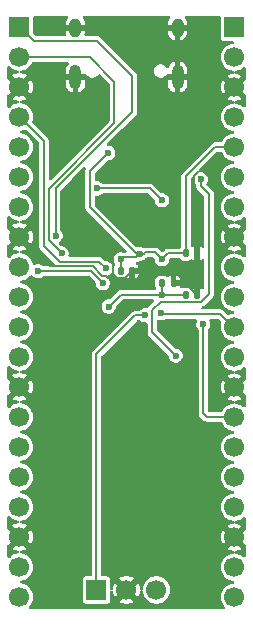
<source format=gbr>
%TF.GenerationSoftware,KiCad,Pcbnew,9.0.6+dfsg-1*%
%TF.CreationDate,2025-11-20T13:37:38+09:00*%
%TF.ProjectId,hiraboard,68697261-626f-4617-9264-2e6b69636164,rev?*%
%TF.SameCoordinates,Original*%
%TF.FileFunction,Copper,L2,Bot*%
%TF.FilePolarity,Positive*%
%FSLAX46Y46*%
G04 Gerber Fmt 4.6, Leading zero omitted, Abs format (unit mm)*
G04 Created by KiCad (PCBNEW 9.0.6+dfsg-1) date 2025-11-20 13:37:38*
%MOMM*%
%LPD*%
G01*
G04 APERTURE LIST*
G04 Aperture macros list*
%AMRoundRect*
0 Rectangle with rounded corners*
0 $1 Rounding radius*
0 $2 $3 $4 $5 $6 $7 $8 $9 X,Y pos of 4 corners*
0 Add a 4 corners polygon primitive as box body*
4,1,4,$2,$3,$4,$5,$6,$7,$8,$9,$2,$3,0*
0 Add four circle primitives for the rounded corners*
1,1,$1+$1,$2,$3*
1,1,$1+$1,$4,$5*
1,1,$1+$1,$6,$7*
1,1,$1+$1,$8,$9*
0 Add four rect primitives between the rounded corners*
20,1,$1+$1,$2,$3,$4,$5,0*
20,1,$1+$1,$4,$5,$6,$7,0*
20,1,$1+$1,$6,$7,$8,$9,0*
20,1,$1+$1,$8,$9,$2,$3,0*%
G04 Aperture macros list end*
%TA.AperFunction,ComponentPad*%
%ADD10C,1.700000*%
%TD*%
%TA.AperFunction,ComponentPad*%
%ADD11R,1.700000X1.700000*%
%TD*%
%TA.AperFunction,HeatsinkPad*%
%ADD12O,1.000000X2.100000*%
%TD*%
%TA.AperFunction,HeatsinkPad*%
%ADD13O,1.000000X1.600000*%
%TD*%
%TA.AperFunction,SMDPad,CuDef*%
%ADD14RoundRect,0.140000X-0.140000X-0.170000X0.140000X-0.170000X0.140000X0.170000X-0.140000X0.170000X0*%
%TD*%
%TA.AperFunction,ViaPad*%
%ADD15C,0.600000*%
%TD*%
%TA.AperFunction,Conductor*%
%ADD16C,0.200000*%
%TD*%
G04 APERTURE END LIST*
D10*
%TO.P,J2,20,Pin_20*%
%TO.N,GPIO15*%
X191439678Y-124591419D03*
%TO.P,J2,19,Pin_19*%
%TO.N,GPIO14*%
X191439678Y-122051419D03*
%TO.P,J2,18,Pin_18*%
%TO.N,GND*%
X191439678Y-119511419D03*
%TO.P,J2,17,Pin_17*%
%TO.N,GPIO13*%
X191439678Y-116971419D03*
%TO.P,J2,16,Pin_16*%
%TO.N,GPIO12*%
X191439678Y-114431419D03*
%TO.P,J2,15,Pin_15*%
%TO.N,GPIO11*%
X191439678Y-111891419D03*
%TO.P,J2,14,Pin_14*%
%TO.N,GPIO10*%
X191439678Y-109351419D03*
%TO.P,J2,13,Pin_13*%
%TO.N,GND*%
X191439678Y-106811419D03*
%TO.P,J2,12,Pin_12*%
%TO.N,GPIO9*%
X191439678Y-104271419D03*
%TO.P,J2,11,Pin_11*%
%TO.N,GPIO8*%
X191439678Y-101731419D03*
%TO.P,J2,10,Pin_10*%
%TO.N,GPIO7*%
X191439678Y-99191419D03*
%TO.P,J2,9,Pin_9*%
%TO.N,GPIO6*%
X191439678Y-96651419D03*
%TO.P,J2,8,Pin_8*%
%TO.N,GND*%
X191439678Y-94111419D03*
%TO.P,J2,7,Pin_7*%
%TO.N,GPIO5*%
X191439678Y-91571419D03*
%TO.P,J2,6,Pin_6*%
%TO.N,GPIO4*%
X191439678Y-89031419D03*
%TO.P,J2,5,Pin_5*%
%TO.N,GPIO3*%
X191439678Y-86491419D03*
%TO.P,J2,4,Pin_4*%
%TO.N,GPIO2*%
X191439678Y-83951419D03*
%TO.P,J2,3,Pin_3*%
%TO.N,GND*%
X191439678Y-81411419D03*
%TO.P,J2,2,Pin_2*%
%TO.N,GPIO1*%
X191439678Y-78871419D03*
D11*
%TO.P,J2,1,Pin_1*%
%TO.N,GPIO0*%
X191439678Y-76331419D03*
%TD*%
D10*
%TO.P,J3,20,Pin_20*%
%TO.N,GPIO16*%
X209627987Y-124604160D03*
%TO.P,J3,19,Pin_19*%
%TO.N,GPIO17*%
X209627987Y-122064160D03*
%TO.P,J3,18,Pin_18*%
%TO.N,GND*%
X209627987Y-119524160D03*
%TO.P,J3,17,Pin_17*%
%TO.N,GPIO18*%
X209627987Y-116984160D03*
%TO.P,J3,16,Pin_16*%
%TO.N,GPIO19*%
X209627987Y-114444160D03*
%TO.P,J3,15,Pin_15*%
%TO.N,GPIO20*%
X209627987Y-111904160D03*
%TO.P,J3,14,Pin_14*%
%TO.N,GPIO21*%
X209627987Y-109364160D03*
%TO.P,J3,13,Pin_13*%
%TO.N,GND*%
X209627987Y-106824160D03*
%TO.P,J3,12,Pin_12*%
%TO.N,GPIO22*%
X209627987Y-104284160D03*
%TO.P,J3,11,Pin_11*%
%TO.N,RUN*%
X209627987Y-101744160D03*
%TO.P,J3,10,Pin_10*%
%TO.N,GPIO23*%
X209627987Y-99204160D03*
%TO.P,J3,9,Pin_9*%
%TO.N,GPIO24*%
X209627987Y-96664160D03*
%TO.P,J3,8,Pin_8*%
%TO.N,GND*%
X209627987Y-94124160D03*
%TO.P,J3,7,Pin_7*%
%TO.N,GPIO26_ADC0*%
X209627987Y-91584160D03*
%TO.P,J3,6,Pin_6*%
%TO.N,GPIO27_ADC1*%
X209627987Y-89044160D03*
%TO.P,J3,5,Pin_5*%
%TO.N,+3V3*%
X209627987Y-86504160D03*
%TO.P,J3,4,Pin_4*%
%TO.N,GPIO28_ADC2*%
X209627987Y-83964160D03*
%TO.P,J3,3,Pin_3*%
%TO.N,GND*%
X209627987Y-81424160D03*
%TO.P,J3,2,Pin_2*%
%TO.N,GPIO29_ADC3*%
X209627987Y-78884160D03*
D11*
%TO.P,J3,1,Pin_1*%
%TO.N,VBUS*%
X209627987Y-76344160D03*
%TD*%
%TO.P,J4,1,Pin_1*%
%TO.N,SWCLK*%
X197960000Y-124000000D03*
D10*
%TO.P,J4,2,Pin_2*%
%TO.N,GND*%
X200500000Y-124000000D03*
%TO.P,J4,3,Pin_3*%
%TO.N,SWD*%
X203040000Y-124000000D03*
%TD*%
D12*
%TO.P,J1,S1,SHIELD*%
%TO.N,GND*%
X204820000Y-80585000D03*
D13*
X204820000Y-76405000D03*
D12*
X196180000Y-80585000D03*
D13*
X196180000Y-76405000D03*
%TD*%
D14*
%TO.P,C4,1*%
%TO.N,+3V3*%
X205520000Y-95500000D03*
%TO.P,C4,2*%
%TO.N,GND*%
X206480000Y-95500000D03*
%TD*%
%TO.P,C5,1*%
%TO.N,+3V3*%
X200020000Y-97000000D03*
%TO.P,C5,2*%
%TO.N,GND*%
X200980000Y-97000000D03*
%TD*%
%TO.P,C3,1*%
%TO.N,+3V3*%
X205520000Y-99000000D03*
%TO.P,C3,2*%
%TO.N,GND*%
X206480000Y-99000000D03*
%TD*%
%TO.P,C16,1*%
%TO.N,+3V3*%
X203520000Y-98000000D03*
%TO.P,C16,2*%
%TO.N,GND*%
X204480000Y-98000000D03*
%TD*%
D15*
%TO.N,GND*%
X194500000Y-76000000D03*
X197250000Y-93250000D03*
X195500000Y-123500000D03*
X208000000Y-110500000D03*
X204339411Y-105339411D03*
X194520000Y-99000000D03*
X201062500Y-98200000D03*
X206250000Y-90250000D03*
X201500000Y-107200000D03*
X204000000Y-92020000D03*
X203344207Y-89229221D03*
%TO.N,+3V3*%
X201620488Y-95537176D03*
X199000000Y-100000000D03*
X198950000Y-87000000D03*
X203500000Y-96000000D03*
X203500000Y-99000000D03*
X200000000Y-96000000D03*
%TO.N,+1V1*%
X204660589Y-104160589D03*
X206801000Y-89199000D03*
%TO.N,GPIO1*%
X195000000Y-95500000D03*
%TO.N,GPIO5*%
X198500000Y-98000000D03*
X193000000Y-97000000D03*
%TO.N,GPIO0*%
X194500000Y-94000000D03*
%TO.N,GPIO2*%
X198750000Y-96750000D03*
%TO.N,GPIO21*%
X207000000Y-101500000D03*
%TO.N,RUN*%
X203456511Y-100543489D03*
%TO.N,SWCLK*%
X202082078Y-100742488D03*
%TO.N,QSPI_SS*%
X198000000Y-90000000D03*
X203510000Y-91010000D03*
%TD*%
D16*
%TO.N,GND*%
X209708415Y-106791585D02*
X210399000Y-106101000D01*
X209514082Y-106791585D02*
X209708415Y-106791585D01*
X206200000Y-88950057D02*
X206200000Y-90200000D01*
X199351000Y-95351000D02*
X199351000Y-97268550D01*
X197666100Y-96599000D02*
X193992016Y-96599000D01*
X198466100Y-97399000D02*
X197666100Y-96599000D01*
X200980000Y-97000000D02*
X201500000Y-97000000D01*
X204200000Y-107200000D02*
X204339411Y-107339411D01*
X208000000Y-89548057D02*
X206985493Y-88533550D01*
X201500000Y-107200000D02*
X204200000Y-107200000D01*
X198960943Y-97611000D02*
X198748943Y-97399000D01*
X206200000Y-90200000D02*
X206250000Y-90250000D01*
X204339411Y-105339411D02*
X204339411Y-107339411D01*
X206480000Y-99000000D02*
X204480000Y-97000000D01*
X206985493Y-88533550D02*
X206616507Y-88533550D01*
X199693450Y-97611000D02*
X198960943Y-97611000D01*
X200980000Y-97000000D02*
X200369000Y-97611000D01*
X200369000Y-97611000D02*
X199693450Y-97611000D01*
X199351000Y-97268550D02*
X199693450Y-97611000D01*
X204480000Y-97000000D02*
X201500000Y-97000000D01*
X208000000Y-92577503D02*
X208000000Y-89548057D01*
X206500000Y-90500000D02*
X206500000Y-92000000D01*
X206250000Y-90250000D02*
X206500000Y-90500000D01*
X206480000Y-95500000D02*
X206480000Y-99000000D01*
X206616507Y-88533550D02*
X206200000Y-88950057D01*
X198748943Y-97399000D02*
X198466100Y-97399000D01*
X193992016Y-96599000D02*
X191514341Y-94121325D01*
X199693450Y-97611000D02*
X200000000Y-97611000D01*
%TO.N,+3V3*%
X201362176Y-95537176D02*
X197399000Y-91574000D01*
X197399000Y-91574000D02*
X197399000Y-88551000D01*
X201620488Y-95537176D02*
X201962824Y-95537176D01*
X197399000Y-88551000D02*
X198950000Y-87000000D01*
X203520000Y-98000000D02*
X203520000Y-98980000D01*
X200020000Y-96020000D02*
X200000000Y-96000000D01*
X204000000Y-95500000D02*
X203500000Y-96000000D01*
X201962824Y-95537176D02*
X202101000Y-95399000D01*
X203520000Y-98980000D02*
X203500000Y-99000000D01*
X208028415Y-86471585D02*
X205520000Y-88980000D01*
X201320164Y-95837500D02*
X200162500Y-95837500D01*
X200000000Y-99000000D02*
X199000000Y-100000000D01*
X201620488Y-95537176D02*
X201362176Y-95537176D01*
X202101000Y-95399000D02*
X202899000Y-95399000D01*
X202899000Y-95399000D02*
X203500000Y-96000000D01*
X205520000Y-88980000D02*
X205520000Y-95500000D01*
X203500000Y-99000000D02*
X200000000Y-99000000D01*
X200020000Y-97000000D02*
X200020000Y-96020000D01*
X200162500Y-95837500D02*
X200000000Y-96000000D01*
X209514082Y-86471585D02*
X208028415Y-86471585D01*
X205520000Y-99000000D02*
X203500000Y-99000000D01*
X205520000Y-95500000D02*
X204000000Y-95500000D01*
X201620488Y-95537176D02*
X201320164Y-95837500D01*
%TO.N,+1V1*%
X206801000Y-89199000D02*
X206801000Y-89801000D01*
X206801000Y-89801000D02*
X207500000Y-90500000D01*
X203389000Y-99611000D02*
X202683078Y-100316922D01*
X207500000Y-98917550D02*
X206806550Y-99611000D01*
X207500000Y-90500000D02*
X207500000Y-98917550D01*
X202683078Y-100316922D02*
X202683078Y-102183078D01*
X202683078Y-102183078D02*
X204660589Y-104160589D01*
X206806550Y-99611000D02*
X203389000Y-99611000D01*
%TO.N,GPIO1*%
X193899000Y-90033900D02*
X199466450Y-84466450D01*
X193899000Y-94399000D02*
X193899000Y-90033900D01*
X199466450Y-84466450D02*
X199466450Y-80955442D01*
X195000000Y-95500000D02*
X193899000Y-94399000D01*
X199466450Y-80955442D02*
X197392333Y-78881325D01*
X197392333Y-78881325D02*
X191514341Y-78881325D01*
%TO.N,GPIO5*%
X197500000Y-97000000D02*
X198500000Y-98000000D01*
X193000000Y-97000000D02*
X197500000Y-97000000D01*
%TO.N,GPIO0*%
X198006000Y-77506000D02*
X192679016Y-77506000D01*
X194500000Y-94000000D02*
X194500000Y-90000000D01*
X192679016Y-77506000D02*
X191514341Y-76341325D01*
X201000000Y-83500000D02*
X201000000Y-80500000D01*
X194500000Y-90000000D02*
X201000000Y-83500000D01*
X201000000Y-80500000D02*
X198006000Y-77506000D01*
%TO.N,GPIO2*%
X198198000Y-96198000D02*
X198750000Y-96750000D01*
X191514341Y-83961325D02*
X193498000Y-85944984D01*
X194848057Y-96198000D02*
X198198000Y-96198000D01*
X193498000Y-85944984D02*
X193498000Y-94847943D01*
X193498000Y-94847943D02*
X194848057Y-96198000D01*
%TO.N,GPIO21*%
X207000000Y-109000000D02*
X207000000Y-101500000D01*
X207331585Y-109331585D02*
X207000000Y-109000000D01*
X209514082Y-109331585D02*
X207331585Y-109331585D01*
%TO.N,RUN*%
X208439997Y-100637500D02*
X209514082Y-101711585D01*
X203550522Y-100637500D02*
X208439997Y-100637500D01*
X203456511Y-100543489D02*
X203550522Y-100637500D01*
%TO.N,SWCLK*%
X202082078Y-100742488D02*
X202081077Y-100743489D01*
X201256511Y-100743489D02*
X197960000Y-104040000D01*
X202081077Y-100743489D02*
X201256511Y-100743489D01*
X197960000Y-104040000D02*
X197960000Y-124000000D01*
%TO.N,QSPI_SS*%
X202500000Y-90000000D02*
X203510000Y-91010000D01*
X198000000Y-90000000D02*
X202500000Y-90000000D01*
%TO.N,GND*%
X209514082Y-94091585D02*
X208000000Y-92577503D01*
%TD*%
%TA.AperFunction,Conductor*%
%TO.N,GND*%
G36*
X206119834Y-89049072D02*
G01*
X206175767Y-89090944D01*
X206200184Y-89156408D01*
X206200500Y-89165254D01*
X206200500Y-89278057D01*
X206233041Y-89399500D01*
X206241423Y-89430783D01*
X206241426Y-89430790D01*
X206320475Y-89567709D01*
X206320481Y-89567717D01*
X206364181Y-89611417D01*
X206397666Y-89672740D01*
X206400500Y-89699098D01*
X206400500Y-89853726D01*
X206427793Y-89955589D01*
X206447786Y-89990217D01*
X206480520Y-90046913D01*
X206480522Y-90046915D01*
X207063181Y-90629574D01*
X207096666Y-90690897D01*
X207099500Y-90717255D01*
X207099500Y-94891399D01*
X207079815Y-94958438D01*
X207027011Y-95004193D01*
X206957853Y-95014137D01*
X206901866Y-94991169D01*
X206827920Y-94936594D01*
X206730000Y-94902330D01*
X206730000Y-96097667D01*
X206827922Y-96063403D01*
X206901866Y-96008830D01*
X206967494Y-95984859D01*
X207035665Y-96000174D01*
X207084733Y-96049914D01*
X207099500Y-96108600D01*
X207099500Y-98391399D01*
X207079815Y-98458438D01*
X207027011Y-98504193D01*
X206957853Y-98514137D01*
X206901866Y-98491169D01*
X206827920Y-98436594D01*
X206730000Y-98402330D01*
X206730000Y-98876000D01*
X206710315Y-98943039D01*
X206657511Y-98988794D01*
X206606000Y-99000000D01*
X206354000Y-99000000D01*
X206286961Y-98980315D01*
X206241206Y-98927511D01*
X206230000Y-98876000D01*
X206230000Y-98402330D01*
X206229999Y-98402330D01*
X206132079Y-98436594D01*
X206074055Y-98479419D01*
X206008427Y-98503390D01*
X205940256Y-98488075D01*
X205926787Y-98479419D01*
X205898359Y-98458438D01*
X205868157Y-98436148D01*
X205868155Y-98436147D01*
X205742826Y-98392291D01*
X205742814Y-98392289D01*
X205713070Y-98389500D01*
X205713066Y-98389500D01*
X205326934Y-98389500D01*
X205326930Y-98389500D01*
X205297185Y-98392289D01*
X205297173Y-98392291D01*
X205211121Y-98422403D01*
X205141342Y-98425965D01*
X205080715Y-98391237D01*
X205048487Y-98329243D01*
X205053126Y-98264402D01*
X205057213Y-98252722D01*
X205057469Y-98250000D01*
X204604000Y-98250000D01*
X204536961Y-98230315D01*
X204491206Y-98177511D01*
X204480000Y-98126000D01*
X204480000Y-98000000D01*
X204354000Y-98000000D01*
X204286961Y-97980315D01*
X204241206Y-97927511D01*
X204230000Y-97876000D01*
X204230000Y-97750000D01*
X204730000Y-97750000D01*
X205057467Y-97750000D01*
X205057212Y-97747270D01*
X205013405Y-97622080D01*
X204934641Y-97515358D01*
X204827920Y-97436594D01*
X204730000Y-97402330D01*
X204730000Y-97750000D01*
X204230000Y-97750000D01*
X204230000Y-97402330D01*
X204229999Y-97402330D01*
X204132079Y-97436594D01*
X204074055Y-97479419D01*
X204008427Y-97503390D01*
X203940256Y-97488075D01*
X203926787Y-97479419D01*
X203868761Y-97436594D01*
X203868157Y-97436148D01*
X203868155Y-97436147D01*
X203742826Y-97392291D01*
X203742814Y-97392289D01*
X203713070Y-97389500D01*
X203713066Y-97389500D01*
X203326934Y-97389500D01*
X203326930Y-97389500D01*
X203297185Y-97392289D01*
X203297173Y-97392291D01*
X203171844Y-97436147D01*
X203065001Y-97515001D01*
X202986147Y-97621844D01*
X202942291Y-97747173D01*
X202942289Y-97747185D01*
X202939500Y-97776929D01*
X202939500Y-98223070D01*
X202942289Y-98252814D01*
X202942291Y-98252826D01*
X202986147Y-98378155D01*
X202986148Y-98378157D01*
X203003647Y-98401867D01*
X203027617Y-98467496D01*
X203012301Y-98535666D01*
X202962561Y-98584734D01*
X202903876Y-98599500D01*
X200060339Y-98599500D01*
X200060323Y-98599499D01*
X200052727Y-98599499D01*
X199947273Y-98599499D01*
X199879366Y-98617695D01*
X199845412Y-98626793D01*
X199754084Y-98679522D01*
X199070426Y-99363181D01*
X199009103Y-99396666D01*
X198982745Y-99399500D01*
X198920943Y-99399500D01*
X198768216Y-99440423D01*
X198768209Y-99440426D01*
X198631290Y-99519475D01*
X198631282Y-99519481D01*
X198519481Y-99631282D01*
X198519475Y-99631290D01*
X198440426Y-99768209D01*
X198440423Y-99768216D01*
X198399500Y-99920943D01*
X198399500Y-100079057D01*
X198427329Y-100182914D01*
X198440423Y-100231783D01*
X198440426Y-100231790D01*
X198519475Y-100368709D01*
X198519479Y-100368714D01*
X198519480Y-100368716D01*
X198631284Y-100480520D01*
X198631286Y-100480521D01*
X198631290Y-100480524D01*
X198683715Y-100510791D01*
X198768216Y-100559577D01*
X198920943Y-100600500D01*
X198920945Y-100600500D01*
X199079055Y-100600500D01*
X199079057Y-100600500D01*
X199231784Y-100559577D01*
X199368716Y-100480520D01*
X199480520Y-100368716D01*
X199559577Y-100231784D01*
X199600500Y-100079057D01*
X199600500Y-100017254D01*
X199620185Y-99950215D01*
X199636819Y-99929573D01*
X200129573Y-99436819D01*
X200190896Y-99403334D01*
X200217254Y-99400500D01*
X202733745Y-99400500D01*
X202800784Y-99420185D01*
X202846539Y-99472989D01*
X202856483Y-99542147D01*
X202827458Y-99605703D01*
X202821426Y-99612181D01*
X202362600Y-100071006D01*
X202362595Y-100071012D01*
X202347690Y-100096829D01*
X202297122Y-100145044D01*
X202228514Y-100158265D01*
X202208214Y-100154602D01*
X202161135Y-100141988D01*
X202003021Y-100141988D01*
X201850294Y-100182911D01*
X201850287Y-100182914D01*
X201713368Y-100261963D01*
X201713360Y-100261969D01*
X201668660Y-100306670D01*
X201607337Y-100340155D01*
X201580979Y-100342989D01*
X201309242Y-100342989D01*
X201309238Y-100342988D01*
X201203784Y-100342988D01*
X201107768Y-100368716D01*
X201101924Y-100370282D01*
X201101146Y-100370730D01*
X201101145Y-100370731D01*
X201010595Y-100423011D01*
X197639522Y-103794084D01*
X197639518Y-103794090D01*
X197586792Y-103885413D01*
X197581550Y-103904979D01*
X197581550Y-103904981D01*
X197559500Y-103987273D01*
X197559500Y-122725500D01*
X197539815Y-122792539D01*
X197487011Y-122838294D01*
X197435500Y-122849500D01*
X197065143Y-122849500D01*
X197065117Y-122849502D01*
X197040012Y-122852413D01*
X197040008Y-122852415D01*
X196937235Y-122897793D01*
X196857794Y-122977234D01*
X196812415Y-123080006D01*
X196812415Y-123080008D01*
X196809500Y-123105131D01*
X196809500Y-124894856D01*
X196809502Y-124894882D01*
X196812413Y-124919987D01*
X196812415Y-124919991D01*
X196857793Y-125022764D01*
X196857794Y-125022765D01*
X196937235Y-125102206D01*
X197040009Y-125147585D01*
X197065135Y-125150500D01*
X198854864Y-125150499D01*
X198854879Y-125150497D01*
X198854882Y-125150497D01*
X198879987Y-125147586D01*
X198879988Y-125147585D01*
X198879991Y-125147585D01*
X198982765Y-125102206D01*
X199062206Y-125022765D01*
X199107585Y-124919991D01*
X199110500Y-124894865D01*
X199110499Y-124153925D01*
X199130183Y-124086888D01*
X199182987Y-124041133D01*
X199252146Y-124031189D01*
X199315702Y-124060214D01*
X199353476Y-124118992D01*
X199356972Y-124134529D01*
X199378317Y-124269293D01*
X199434251Y-124441444D01*
X199434252Y-124441447D01*
X199516431Y-124602730D01*
X199527913Y-124618532D01*
X199527913Y-124618533D01*
X200017037Y-124129409D01*
X200034075Y-124192993D01*
X200099901Y-124307007D01*
X200192993Y-124400099D01*
X200307007Y-124465925D01*
X200370590Y-124482962D01*
X199881466Y-124972085D01*
X199881466Y-124972086D01*
X199897267Y-124983566D01*
X199897275Y-124983571D01*
X200058552Y-125065747D01*
X200058555Y-125065748D01*
X200230706Y-125121682D01*
X200409494Y-125150000D01*
X200590506Y-125150000D01*
X200769293Y-125121682D01*
X200941444Y-125065748D01*
X200941452Y-125065745D01*
X201102730Y-124983568D01*
X201118532Y-124972085D01*
X201118533Y-124972085D01*
X200629410Y-124482962D01*
X200692993Y-124465925D01*
X200807007Y-124400099D01*
X200900099Y-124307007D01*
X200965925Y-124192993D01*
X200982962Y-124129409D01*
X201472085Y-124618532D01*
X201483568Y-124602730D01*
X201565745Y-124441452D01*
X201565748Y-124441444D01*
X201621683Y-124269292D01*
X201647273Y-124107721D01*
X201677202Y-124044586D01*
X201736513Y-124007654D01*
X201806376Y-124008652D01*
X201864609Y-124047261D01*
X201892219Y-124107720D01*
X201917828Y-124269410D01*
X201973787Y-124441636D01*
X201973788Y-124441639D01*
X202003967Y-124500867D01*
X202055869Y-124602730D01*
X202056006Y-124602997D01*
X202162441Y-124749494D01*
X202162445Y-124749499D01*
X202290500Y-124877554D01*
X202290505Y-124877558D01*
X202418287Y-124970396D01*
X202437006Y-124983996D01*
X202513094Y-125022765D01*
X202598360Y-125066211D01*
X202598363Y-125066212D01*
X202659611Y-125086112D01*
X202770591Y-125122171D01*
X202853429Y-125135291D01*
X202949449Y-125150500D01*
X202949454Y-125150500D01*
X203130551Y-125150500D01*
X203217259Y-125136765D01*
X203309409Y-125122171D01*
X203481639Y-125066211D01*
X203642994Y-124983996D01*
X203789501Y-124877553D01*
X203917553Y-124749501D01*
X204023996Y-124602994D01*
X204106211Y-124441639D01*
X204162171Y-124269409D01*
X204179100Y-124162521D01*
X204190500Y-124090551D01*
X204190500Y-123909448D01*
X204171875Y-123791862D01*
X204162171Y-123730591D01*
X204106273Y-123558552D01*
X204106212Y-123558363D01*
X204106211Y-123558360D01*
X204060805Y-123469248D01*
X204023996Y-123397006D01*
X203995693Y-123358050D01*
X203917558Y-123250505D01*
X203917554Y-123250500D01*
X203789499Y-123122445D01*
X203789494Y-123122441D01*
X203642997Y-123016006D01*
X203642996Y-123016005D01*
X203642994Y-123016004D01*
X203566906Y-122977235D01*
X203481639Y-122933788D01*
X203481636Y-122933787D01*
X203309410Y-122877829D01*
X203130551Y-122849500D01*
X203130546Y-122849500D01*
X202949454Y-122849500D01*
X202949449Y-122849500D01*
X202770589Y-122877829D01*
X202598363Y-122933787D01*
X202598360Y-122933788D01*
X202437002Y-123016006D01*
X202290505Y-123122441D01*
X202290500Y-123122445D01*
X202162445Y-123250500D01*
X202162441Y-123250505D01*
X202056006Y-123397002D01*
X201973788Y-123558360D01*
X201973787Y-123558363D01*
X201917829Y-123730589D01*
X201892219Y-123892280D01*
X201862289Y-123955414D01*
X201802978Y-123992345D01*
X201733115Y-123991347D01*
X201674883Y-123952737D01*
X201647273Y-123892279D01*
X201621682Y-123730706D01*
X201565748Y-123558555D01*
X201565747Y-123558552D01*
X201483571Y-123397275D01*
X201483566Y-123397267D01*
X201472085Y-123381466D01*
X200982962Y-123870589D01*
X200965925Y-123807007D01*
X200900099Y-123692993D01*
X200807007Y-123599901D01*
X200692993Y-123534075D01*
X200629409Y-123517037D01*
X201118533Y-123027913D01*
X201102730Y-123016431D01*
X200941447Y-122934252D01*
X200941444Y-122934251D01*
X200769293Y-122878317D01*
X200590506Y-122850000D01*
X200409494Y-122850000D01*
X200230706Y-122878317D01*
X200058555Y-122934251D01*
X200058547Y-122934254D01*
X199897269Y-123016432D01*
X199881466Y-123027912D01*
X199881466Y-123027913D01*
X200370591Y-123517037D01*
X200307007Y-123534075D01*
X200192993Y-123599901D01*
X200099901Y-123692993D01*
X200034075Y-123807007D01*
X200017037Y-123870590D01*
X199527912Y-123381466D01*
X199516432Y-123397269D01*
X199434254Y-123558547D01*
X199434251Y-123558555D01*
X199378317Y-123730706D01*
X199356972Y-123865471D01*
X199327043Y-123928606D01*
X199267731Y-123965537D01*
X199197868Y-123964539D01*
X199139636Y-123925929D01*
X199111522Y-123861965D01*
X199110499Y-123846073D01*
X199110499Y-123105143D01*
X199110499Y-123105136D01*
X199107585Y-123080009D01*
X199062206Y-122977235D01*
X198982765Y-122897794D01*
X198938654Y-122878317D01*
X198879992Y-122852415D01*
X198854868Y-122849500D01*
X198854865Y-122849500D01*
X198484500Y-122849500D01*
X198417461Y-122829815D01*
X198371706Y-122777011D01*
X198360500Y-122725500D01*
X198360500Y-104257254D01*
X198380185Y-104190215D01*
X198396819Y-104169573D01*
X201386084Y-101180308D01*
X201413011Y-101165604D01*
X201438830Y-101149012D01*
X201445030Y-101148120D01*
X201447407Y-101146823D01*
X201473765Y-101143989D01*
X201582981Y-101143989D01*
X201650020Y-101163674D01*
X201670662Y-101180308D01*
X201713362Y-101223008D01*
X201713364Y-101223009D01*
X201713368Y-101223012D01*
X201829019Y-101289782D01*
X201850294Y-101302065D01*
X202003021Y-101342988D01*
X202003023Y-101342988D01*
X202158578Y-101342988D01*
X202225617Y-101362673D01*
X202271372Y-101415477D01*
X202282578Y-101466988D01*
X202282578Y-102235804D01*
X202309871Y-102337667D01*
X202325268Y-102364335D01*
X202362598Y-102428991D01*
X202362600Y-102428993D01*
X204023770Y-104090163D01*
X204057255Y-104151486D01*
X204060089Y-104177844D01*
X204060089Y-104239646D01*
X204096280Y-104374711D01*
X204101012Y-104392372D01*
X204101015Y-104392379D01*
X204180064Y-104529298D01*
X204180068Y-104529303D01*
X204180069Y-104529305D01*
X204291873Y-104641109D01*
X204291875Y-104641110D01*
X204291879Y-104641113D01*
X204416488Y-104713055D01*
X204428805Y-104720166D01*
X204581532Y-104761089D01*
X204581534Y-104761089D01*
X204739644Y-104761089D01*
X204739646Y-104761089D01*
X204892373Y-104720166D01*
X205029305Y-104641109D01*
X205141109Y-104529305D01*
X205220166Y-104392373D01*
X205261089Y-104239646D01*
X205261089Y-104081532D01*
X205220166Y-103928805D01*
X205170352Y-103842523D01*
X205141113Y-103791879D01*
X205141107Y-103791871D01*
X205029306Y-103680070D01*
X205029298Y-103680064D01*
X204892379Y-103601015D01*
X204892375Y-103601013D01*
X204892373Y-103601012D01*
X204739646Y-103560089D01*
X204739645Y-103560089D01*
X204677844Y-103560089D01*
X204610805Y-103540404D01*
X204590163Y-103523770D01*
X203119897Y-102053504D01*
X203086412Y-101992181D01*
X203083578Y-101965823D01*
X203083578Y-101226844D01*
X203103263Y-101159805D01*
X203156067Y-101114050D01*
X203225225Y-101104106D01*
X203239648Y-101107064D01*
X203377454Y-101143989D01*
X203377457Y-101143989D01*
X203535566Y-101143989D01*
X203535568Y-101143989D01*
X203688295Y-101103066D01*
X203772220Y-101054612D01*
X203834218Y-101038000D01*
X206358564Y-101038000D01*
X206425603Y-101057685D01*
X206471358Y-101110489D01*
X206481302Y-101179647D01*
X206465951Y-101224000D01*
X206440424Y-101268213D01*
X206440423Y-101268216D01*
X206399500Y-101420943D01*
X206399500Y-101579057D01*
X206419478Y-101653614D01*
X206440423Y-101731783D01*
X206440426Y-101731790D01*
X206519475Y-101868709D01*
X206519481Y-101868717D01*
X206563181Y-101912417D01*
X206596666Y-101973740D01*
X206599500Y-102000098D01*
X206599500Y-109052726D01*
X206626793Y-109154589D01*
X206653156Y-109200250D01*
X206679520Y-109245913D01*
X207085672Y-109652065D01*
X207176997Y-109704792D01*
X207278858Y-109732085D01*
X208448388Y-109732085D01*
X208515427Y-109751770D01*
X208558813Y-109801840D01*
X208559564Y-109801458D01*
X208561108Y-109804489D01*
X208561182Y-109804574D01*
X208561360Y-109804983D01*
X208561776Y-109805799D01*
X208637499Y-109954413D01*
X208643993Y-109967157D01*
X208750428Y-110113654D01*
X208750432Y-110113659D01*
X208878487Y-110241714D01*
X208878492Y-110241718D01*
X208972774Y-110310217D01*
X209024993Y-110348156D01*
X209130471Y-110401900D01*
X209186347Y-110430371D01*
X209186350Y-110430372D01*
X209272463Y-110458351D01*
X209358578Y-110486331D01*
X209431626Y-110497900D01*
X209518665Y-110511687D01*
X209581800Y-110541616D01*
X209618731Y-110600928D01*
X209617733Y-110670791D01*
X209579123Y-110729023D01*
X209518665Y-110756633D01*
X209358576Y-110781989D01*
X209186350Y-110837947D01*
X209186347Y-110837948D01*
X209024989Y-110920166D01*
X208878492Y-111026601D01*
X208878487Y-111026605D01*
X208750432Y-111154660D01*
X208750428Y-111154665D01*
X208643993Y-111301162D01*
X208561775Y-111462520D01*
X208561774Y-111462523D01*
X208505816Y-111634749D01*
X208477487Y-111813608D01*
X208477487Y-111994711D01*
X208505816Y-112173570D01*
X208561774Y-112345796D01*
X208561775Y-112345799D01*
X208643993Y-112507157D01*
X208750428Y-112653654D01*
X208750432Y-112653659D01*
X208878487Y-112781714D01*
X208878492Y-112781718D01*
X208972774Y-112850217D01*
X209024993Y-112888156D01*
X209130471Y-112941900D01*
X209186347Y-112970371D01*
X209186350Y-112970372D01*
X209272463Y-112998351D01*
X209358578Y-113026331D01*
X209431626Y-113037900D01*
X209518665Y-113051687D01*
X209581800Y-113081616D01*
X209618731Y-113140928D01*
X209617733Y-113210791D01*
X209579123Y-113269023D01*
X209518665Y-113296633D01*
X209358576Y-113321989D01*
X209186350Y-113377947D01*
X209186347Y-113377948D01*
X209024989Y-113460166D01*
X208878492Y-113566601D01*
X208878487Y-113566605D01*
X208750432Y-113694660D01*
X208750428Y-113694665D01*
X208643993Y-113841162D01*
X208561775Y-114002520D01*
X208561774Y-114002523D01*
X208505816Y-114174749D01*
X208477487Y-114353608D01*
X208477487Y-114534711D01*
X208505816Y-114713570D01*
X208561774Y-114885796D01*
X208561775Y-114885799D01*
X208643993Y-115047157D01*
X208750428Y-115193654D01*
X208750432Y-115193659D01*
X208878487Y-115321714D01*
X208878492Y-115321718D01*
X208972774Y-115390217D01*
X209024993Y-115428156D01*
X209130471Y-115481900D01*
X209186347Y-115510371D01*
X209186350Y-115510372D01*
X209272463Y-115538351D01*
X209358578Y-115566331D01*
X209431626Y-115577900D01*
X209518665Y-115591687D01*
X209581800Y-115621616D01*
X209618731Y-115680928D01*
X209617733Y-115750791D01*
X209579123Y-115809023D01*
X209518665Y-115836633D01*
X209358576Y-115861989D01*
X209186350Y-115917947D01*
X209186347Y-115917948D01*
X209024989Y-116000166D01*
X208878492Y-116106601D01*
X208878487Y-116106605D01*
X208750432Y-116234660D01*
X208750428Y-116234665D01*
X208643993Y-116381162D01*
X208561775Y-116542520D01*
X208561774Y-116542523D01*
X208505816Y-116714749D01*
X208477487Y-116893608D01*
X208477487Y-117074711D01*
X208505816Y-117253570D01*
X208561774Y-117425796D01*
X208561775Y-117425799D01*
X208643993Y-117587157D01*
X208750428Y-117733654D01*
X208750432Y-117733659D01*
X208878487Y-117861714D01*
X208878492Y-117861718D01*
X208972774Y-117930217D01*
X209024993Y-117968156D01*
X209130471Y-118021900D01*
X209186347Y-118050371D01*
X209186350Y-118050372D01*
X209272463Y-118078351D01*
X209358578Y-118106331D01*
X209478025Y-118125249D01*
X209520266Y-118131940D01*
X209583401Y-118161869D01*
X209620332Y-118221181D01*
X209619334Y-118291043D01*
X209580724Y-118349276D01*
X209520266Y-118376886D01*
X209358693Y-118402477D01*
X209186542Y-118458411D01*
X209186534Y-118458414D01*
X209025256Y-118540592D01*
X209009453Y-118552072D01*
X209009453Y-118552073D01*
X209498578Y-119041197D01*
X209434994Y-119058235D01*
X209320980Y-119124061D01*
X209227888Y-119217153D01*
X209162062Y-119331167D01*
X209145024Y-119394750D01*
X208655899Y-118905626D01*
X208644419Y-118921429D01*
X208562241Y-119082707D01*
X208562238Y-119082715D01*
X208506304Y-119254866D01*
X208477987Y-119433653D01*
X208477987Y-119614666D01*
X208506304Y-119793453D01*
X208562238Y-119965604D01*
X208562239Y-119965607D01*
X208644418Y-120126890D01*
X208655900Y-120142692D01*
X208655900Y-120142693D01*
X209145024Y-119653569D01*
X209162062Y-119717153D01*
X209227888Y-119831167D01*
X209320980Y-119924259D01*
X209434994Y-119990085D01*
X209498577Y-120007122D01*
X209009453Y-120496245D01*
X209009453Y-120496246D01*
X209025254Y-120507726D01*
X209025262Y-120507731D01*
X209186539Y-120589907D01*
X209186542Y-120589908D01*
X209358693Y-120645842D01*
X209520266Y-120671433D01*
X209583400Y-120701362D01*
X209620332Y-120760673D01*
X209619334Y-120830536D01*
X209580725Y-120888769D01*
X209520267Y-120916379D01*
X209358576Y-120941989D01*
X209186350Y-120997947D01*
X209186347Y-120997948D01*
X209024989Y-121080166D01*
X208878492Y-121186601D01*
X208878487Y-121186605D01*
X208750432Y-121314660D01*
X208750428Y-121314665D01*
X208643993Y-121461162D01*
X208561775Y-121622520D01*
X208561774Y-121622523D01*
X208505816Y-121794749D01*
X208477487Y-121973608D01*
X208477487Y-122154711D01*
X208505816Y-122333570D01*
X208561774Y-122505796D01*
X208561775Y-122505799D01*
X208643993Y-122667157D01*
X208750428Y-122813654D01*
X208750432Y-122813659D01*
X208878487Y-122941714D01*
X208878492Y-122941718D01*
X208927378Y-122977235D01*
X209024993Y-123048156D01*
X209130471Y-123101900D01*
X209186347Y-123130371D01*
X209186350Y-123130372D01*
X209272463Y-123158351D01*
X209358578Y-123186331D01*
X209431626Y-123197900D01*
X209518665Y-123211687D01*
X209581800Y-123241616D01*
X209618731Y-123300928D01*
X209617733Y-123370791D01*
X209579123Y-123429023D01*
X209518665Y-123456633D01*
X209358576Y-123481989D01*
X209186350Y-123537947D01*
X209186347Y-123537948D01*
X209024989Y-123620166D01*
X208878492Y-123726601D01*
X208878487Y-123726605D01*
X208750432Y-123854660D01*
X208750428Y-123854665D01*
X208643993Y-124001162D01*
X208561775Y-124162520D01*
X208561774Y-124162523D01*
X208505816Y-124334749D01*
X208477487Y-124513608D01*
X208477487Y-124694711D01*
X208505816Y-124873570D01*
X208561774Y-125045796D01*
X208561775Y-125045799D01*
X208643993Y-125207157D01*
X208750428Y-125353654D01*
X208750432Y-125353659D01*
X208784592Y-125387819D01*
X208818077Y-125449142D01*
X208813093Y-125518834D01*
X208771221Y-125574767D01*
X208705757Y-125599184D01*
X208696911Y-125599500D01*
X192358013Y-125599500D01*
X192290974Y-125579815D01*
X192245219Y-125527011D01*
X192235275Y-125457853D01*
X192264300Y-125394297D01*
X192270332Y-125387819D01*
X192317231Y-125340920D01*
X192423674Y-125194413D01*
X192505889Y-125033058D01*
X192561849Y-124860828D01*
X192576443Y-124768678D01*
X192590178Y-124681970D01*
X192590178Y-124500867D01*
X192566845Y-124353553D01*
X192561849Y-124322010D01*
X192519930Y-124192993D01*
X192505890Y-124149782D01*
X192505889Y-124149779D01*
X192463112Y-124065826D01*
X192423674Y-123988425D01*
X192353821Y-123892280D01*
X192317236Y-123841924D01*
X192317232Y-123841919D01*
X192189177Y-123713864D01*
X192189172Y-123713860D01*
X192042675Y-123607425D01*
X192042674Y-123607424D01*
X192042672Y-123607423D01*
X191990978Y-123581083D01*
X191881317Y-123525207D01*
X191881314Y-123525206D01*
X191709088Y-123469248D01*
X191548999Y-123443892D01*
X191485864Y-123413963D01*
X191448933Y-123354651D01*
X191449931Y-123284789D01*
X191488541Y-123226556D01*
X191548999Y-123198946D01*
X191628649Y-123186330D01*
X191709087Y-123173590D01*
X191881317Y-123117630D01*
X192042672Y-123035415D01*
X192189179Y-122928972D01*
X192317231Y-122800920D01*
X192423674Y-122654413D01*
X192505889Y-122493058D01*
X192561849Y-122320828D01*
X192576443Y-122228678D01*
X192590178Y-122141970D01*
X192590178Y-121960867D01*
X192573697Y-121856816D01*
X192561849Y-121782010D01*
X192533869Y-121695895D01*
X192505890Y-121609782D01*
X192505889Y-121609779D01*
X192477418Y-121553903D01*
X192423674Y-121448425D01*
X192410074Y-121429706D01*
X192317236Y-121301924D01*
X192317232Y-121301919D01*
X192189177Y-121173864D01*
X192189172Y-121173860D01*
X192042675Y-121067425D01*
X192042674Y-121067424D01*
X192042672Y-121067423D01*
X191990978Y-121041083D01*
X191881317Y-120985207D01*
X191881314Y-120985206D01*
X191709088Y-120929247D01*
X191547398Y-120903638D01*
X191484263Y-120873708D01*
X191447332Y-120814397D01*
X191448330Y-120744534D01*
X191486940Y-120686302D01*
X191547399Y-120658692D01*
X191708970Y-120633102D01*
X191881122Y-120577167D01*
X191881130Y-120577164D01*
X192042408Y-120494987D01*
X192058210Y-120483504D01*
X192058211Y-120483504D01*
X191569088Y-119994381D01*
X191632671Y-119977344D01*
X191746685Y-119911518D01*
X191839777Y-119818426D01*
X191905603Y-119704412D01*
X191922640Y-119640829D01*
X192411763Y-120129952D01*
X192411763Y-120129951D01*
X192423246Y-120114149D01*
X192505423Y-119952871D01*
X192505426Y-119952863D01*
X192561360Y-119780712D01*
X192589678Y-119601925D01*
X192589678Y-119420912D01*
X192561360Y-119242125D01*
X192505426Y-119069974D01*
X192505425Y-119069971D01*
X192423249Y-118908694D01*
X192423244Y-118908686D01*
X192411763Y-118892885D01*
X191922640Y-119382008D01*
X191905603Y-119318426D01*
X191839777Y-119204412D01*
X191746685Y-119111320D01*
X191632671Y-119045494D01*
X191569087Y-119028456D01*
X192058211Y-118539332D01*
X192042408Y-118527850D01*
X191881125Y-118445671D01*
X191881122Y-118445670D01*
X191708971Y-118389736D01*
X191547398Y-118364145D01*
X191484263Y-118334216D01*
X191447332Y-118274904D01*
X191448330Y-118205042D01*
X191486940Y-118146809D01*
X191547398Y-118119199D01*
X191561948Y-118116894D01*
X191709087Y-118093590D01*
X191881317Y-118037630D01*
X192042672Y-117955415D01*
X192189179Y-117848972D01*
X192317231Y-117720920D01*
X192423674Y-117574413D01*
X192505889Y-117413058D01*
X192561849Y-117240828D01*
X192576443Y-117148678D01*
X192590178Y-117061970D01*
X192590178Y-116880867D01*
X192573697Y-116776816D01*
X192561849Y-116702010D01*
X192533869Y-116615895D01*
X192505890Y-116529782D01*
X192505889Y-116529779D01*
X192477418Y-116473903D01*
X192423674Y-116368425D01*
X192410074Y-116349706D01*
X192317236Y-116221924D01*
X192317232Y-116221919D01*
X192189177Y-116093864D01*
X192189172Y-116093860D01*
X192042675Y-115987425D01*
X192042674Y-115987424D01*
X192042672Y-115987423D01*
X191990978Y-115961083D01*
X191881317Y-115905207D01*
X191881314Y-115905206D01*
X191709088Y-115849248D01*
X191548999Y-115823892D01*
X191485864Y-115793963D01*
X191448933Y-115734651D01*
X191449931Y-115664789D01*
X191488541Y-115606556D01*
X191548999Y-115578946D01*
X191628649Y-115566330D01*
X191709087Y-115553590D01*
X191881317Y-115497630D01*
X192042672Y-115415415D01*
X192189179Y-115308972D01*
X192317231Y-115180920D01*
X192423674Y-115034413D01*
X192505889Y-114873058D01*
X192561849Y-114700828D01*
X192576443Y-114608678D01*
X192590178Y-114521970D01*
X192590178Y-114340867D01*
X192573697Y-114236816D01*
X192561849Y-114162010D01*
X192533869Y-114075895D01*
X192505890Y-113989782D01*
X192505889Y-113989779D01*
X192477418Y-113933903D01*
X192423674Y-113828425D01*
X192410074Y-113809706D01*
X192317236Y-113681924D01*
X192317232Y-113681919D01*
X192189177Y-113553864D01*
X192189172Y-113553860D01*
X192042675Y-113447425D01*
X192042674Y-113447424D01*
X192042672Y-113447423D01*
X191990978Y-113421083D01*
X191881317Y-113365207D01*
X191881314Y-113365206D01*
X191709088Y-113309248D01*
X191548999Y-113283892D01*
X191485864Y-113253963D01*
X191448933Y-113194651D01*
X191449931Y-113124789D01*
X191488541Y-113066556D01*
X191548999Y-113038946D01*
X191628649Y-113026330D01*
X191709087Y-113013590D01*
X191881317Y-112957630D01*
X192042672Y-112875415D01*
X192189179Y-112768972D01*
X192317231Y-112640920D01*
X192423674Y-112494413D01*
X192505889Y-112333058D01*
X192561849Y-112160828D01*
X192576443Y-112068678D01*
X192590178Y-111981970D01*
X192590178Y-111800867D01*
X192573697Y-111696816D01*
X192561849Y-111622010D01*
X192533869Y-111535895D01*
X192505890Y-111449782D01*
X192505889Y-111449779D01*
X192477418Y-111393903D01*
X192423674Y-111288425D01*
X192410074Y-111269706D01*
X192317236Y-111141924D01*
X192317232Y-111141919D01*
X192189177Y-111013864D01*
X192189172Y-111013860D01*
X192042675Y-110907425D01*
X192042674Y-110907424D01*
X192042672Y-110907423D01*
X191990978Y-110881083D01*
X191881317Y-110825207D01*
X191881314Y-110825206D01*
X191709088Y-110769248D01*
X191548999Y-110743892D01*
X191485864Y-110713963D01*
X191448933Y-110654651D01*
X191449931Y-110584789D01*
X191488541Y-110526556D01*
X191548999Y-110498946D01*
X191628649Y-110486330D01*
X191709087Y-110473590D01*
X191881317Y-110417630D01*
X192042672Y-110335415D01*
X192189179Y-110228972D01*
X192317231Y-110100920D01*
X192423674Y-109954413D01*
X192505889Y-109793058D01*
X192561849Y-109620828D01*
X192576443Y-109528678D01*
X192590178Y-109441970D01*
X192590178Y-109260867D01*
X192573344Y-109154588D01*
X192561849Y-109082010D01*
X192518071Y-108947273D01*
X192505890Y-108909782D01*
X192505889Y-108909779D01*
X192454591Y-108809103D01*
X192423674Y-108748425D01*
X192410074Y-108729706D01*
X192317236Y-108601924D01*
X192317232Y-108601919D01*
X192189177Y-108473864D01*
X192189172Y-108473860D01*
X192042675Y-108367425D01*
X192042674Y-108367424D01*
X192042672Y-108367423D01*
X191990978Y-108341083D01*
X191881317Y-108285207D01*
X191881314Y-108285206D01*
X191709088Y-108229247D01*
X191547398Y-108203638D01*
X191484263Y-108173708D01*
X191447332Y-108114397D01*
X191448330Y-108044534D01*
X191486940Y-107986302D01*
X191547399Y-107958692D01*
X191708970Y-107933102D01*
X191881122Y-107877167D01*
X191881130Y-107877164D01*
X192042408Y-107794987D01*
X192058210Y-107783504D01*
X192058211Y-107783504D01*
X191569088Y-107294381D01*
X191632671Y-107277344D01*
X191746685Y-107211518D01*
X191839777Y-107118426D01*
X191905603Y-107004412D01*
X191922640Y-106940829D01*
X192411763Y-107429952D01*
X192411763Y-107429951D01*
X192423246Y-107414149D01*
X192505423Y-107252871D01*
X192505426Y-107252863D01*
X192561360Y-107080712D01*
X192589678Y-106901925D01*
X192589678Y-106720912D01*
X192561360Y-106542125D01*
X192505426Y-106369974D01*
X192505425Y-106369971D01*
X192423249Y-106208694D01*
X192423244Y-106208686D01*
X192411763Y-106192885D01*
X191922640Y-106682008D01*
X191905603Y-106618426D01*
X191839777Y-106504412D01*
X191746685Y-106411320D01*
X191632671Y-106345494D01*
X191569087Y-106328456D01*
X192058211Y-105839332D01*
X192042408Y-105827850D01*
X191881125Y-105745671D01*
X191881122Y-105745670D01*
X191708971Y-105689736D01*
X191547398Y-105664145D01*
X191484263Y-105634216D01*
X191447332Y-105574904D01*
X191448330Y-105505042D01*
X191486940Y-105446809D01*
X191547398Y-105419199D01*
X191561948Y-105416894D01*
X191709087Y-105393590D01*
X191881317Y-105337630D01*
X192042672Y-105255415D01*
X192189179Y-105148972D01*
X192317231Y-105020920D01*
X192423674Y-104874413D01*
X192505889Y-104713058D01*
X192561849Y-104540828D01*
X192585362Y-104392373D01*
X192590178Y-104361970D01*
X192590178Y-104180867D01*
X192573697Y-104076816D01*
X192561849Y-104002010D01*
X192523965Y-103885412D01*
X192505890Y-103829782D01*
X192505889Y-103829779D01*
X192477418Y-103773903D01*
X192423674Y-103668425D01*
X192330662Y-103540404D01*
X192317236Y-103521924D01*
X192317232Y-103521919D01*
X192189177Y-103393864D01*
X192189172Y-103393860D01*
X192042675Y-103287425D01*
X192042674Y-103287424D01*
X192042672Y-103287423D01*
X191990978Y-103261083D01*
X191881317Y-103205207D01*
X191881314Y-103205206D01*
X191709088Y-103149248D01*
X191548999Y-103123892D01*
X191485864Y-103093963D01*
X191448933Y-103034651D01*
X191449931Y-102964789D01*
X191488541Y-102906556D01*
X191548999Y-102878946D01*
X191628649Y-102866330D01*
X191709087Y-102853590D01*
X191881317Y-102797630D01*
X192042672Y-102715415D01*
X192189179Y-102608972D01*
X192317231Y-102480920D01*
X192423674Y-102334413D01*
X192505889Y-102173058D01*
X192561849Y-102000828D01*
X192576443Y-101908678D01*
X192590178Y-101821970D01*
X192590178Y-101640867D01*
X192573697Y-101536816D01*
X192561849Y-101462010D01*
X192509881Y-101302065D01*
X192505890Y-101289782D01*
X192505889Y-101289779D01*
X192471866Y-101223006D01*
X192423674Y-101128425D01*
X192326488Y-100994659D01*
X192317236Y-100981924D01*
X192317232Y-100981919D01*
X192189177Y-100853864D01*
X192189172Y-100853860D01*
X192042675Y-100747425D01*
X192042674Y-100747424D01*
X192042672Y-100747423D01*
X191990978Y-100721083D01*
X191881317Y-100665207D01*
X191881314Y-100665206D01*
X191709088Y-100609248D01*
X191548999Y-100583892D01*
X191485864Y-100553963D01*
X191448933Y-100494651D01*
X191449931Y-100424789D01*
X191488541Y-100366556D01*
X191548999Y-100338946D01*
X191628649Y-100326330D01*
X191709087Y-100313590D01*
X191881317Y-100257630D01*
X192042672Y-100175415D01*
X192189179Y-100068972D01*
X192317231Y-99940920D01*
X192423674Y-99794413D01*
X192505889Y-99633058D01*
X192561849Y-99460828D01*
X192577315Y-99363181D01*
X192590178Y-99281970D01*
X192590178Y-99100867D01*
X192573697Y-98996816D01*
X192561849Y-98922010D01*
X192514712Y-98776934D01*
X192505890Y-98749782D01*
X192505889Y-98749779D01*
X192477418Y-98693903D01*
X192423674Y-98588425D01*
X192385343Y-98535666D01*
X192317236Y-98441924D01*
X192317232Y-98441919D01*
X192189177Y-98313864D01*
X192189172Y-98313860D01*
X192042675Y-98207425D01*
X192042674Y-98207424D01*
X192042672Y-98207423D01*
X191983967Y-98177511D01*
X191881317Y-98125207D01*
X191881314Y-98125206D01*
X191709088Y-98069248D01*
X191548999Y-98043892D01*
X191485864Y-98013963D01*
X191448933Y-97954651D01*
X191449931Y-97884789D01*
X191488541Y-97826556D01*
X191548999Y-97798946D01*
X191628649Y-97786330D01*
X191709087Y-97773590D01*
X191881317Y-97717630D01*
X192042672Y-97635415D01*
X192189179Y-97528972D01*
X192317231Y-97400920D01*
X192330551Y-97382585D01*
X192385880Y-97339919D01*
X192455493Y-97333938D01*
X192517289Y-97366542D01*
X192518552Y-97367788D01*
X192519480Y-97368716D01*
X192631284Y-97480520D01*
X192631286Y-97480521D01*
X192631290Y-97480524D01*
X192716460Y-97529696D01*
X192768216Y-97559577D01*
X192920943Y-97600500D01*
X192920945Y-97600500D01*
X193079055Y-97600500D01*
X193079057Y-97600500D01*
X193231784Y-97559577D01*
X193368716Y-97480520D01*
X193412417Y-97436819D01*
X193473740Y-97403334D01*
X193500098Y-97400500D01*
X197282745Y-97400500D01*
X197349784Y-97420185D01*
X197370426Y-97436819D01*
X197863181Y-97929573D01*
X197896666Y-97990896D01*
X197899500Y-98017254D01*
X197899500Y-98079057D01*
X197940030Y-98230315D01*
X197940423Y-98231783D01*
X197940426Y-98231790D01*
X198019475Y-98368709D01*
X198019479Y-98368714D01*
X198019480Y-98368716D01*
X198131284Y-98480520D01*
X198131286Y-98480521D01*
X198131290Y-98480524D01*
X198268209Y-98559573D01*
X198268216Y-98559577D01*
X198420943Y-98600500D01*
X198420945Y-98600500D01*
X198579055Y-98600500D01*
X198579057Y-98600500D01*
X198731784Y-98559577D01*
X198868716Y-98480520D01*
X198980520Y-98368716D01*
X199059577Y-98231784D01*
X199100500Y-98079057D01*
X199100500Y-97920943D01*
X199059577Y-97768216D01*
X199037728Y-97730372D01*
X198980524Y-97631290D01*
X198980518Y-97631282D01*
X198878932Y-97529696D01*
X198845447Y-97468373D01*
X198850431Y-97398681D01*
X198892303Y-97342748D01*
X198934518Y-97322241D01*
X198981784Y-97309577D01*
X199118716Y-97230520D01*
X199227819Y-97121417D01*
X199289142Y-97087932D01*
X199358834Y-97092916D01*
X199414767Y-97134788D01*
X199439184Y-97200252D01*
X199439500Y-97209098D01*
X199439500Y-97223070D01*
X199442289Y-97252814D01*
X199442291Y-97252826D01*
X199486147Y-97378155D01*
X199486148Y-97378157D01*
X199565001Y-97484999D01*
X199671843Y-97563852D01*
X199710003Y-97577204D01*
X199797173Y-97607708D01*
X199797177Y-97607708D01*
X199797181Y-97607710D01*
X199812057Y-97609105D01*
X199826930Y-97610500D01*
X199826934Y-97610500D01*
X200213070Y-97610500D01*
X200226289Y-97609260D01*
X200242819Y-97607710D01*
X200242823Y-97607708D01*
X200242826Y-97607708D01*
X200291836Y-97590557D01*
X200368157Y-97563852D01*
X200426789Y-97520578D01*
X200492415Y-97496609D01*
X200560586Y-97511924D01*
X200574056Y-97520581D01*
X200632077Y-97563403D01*
X200730000Y-97597668D01*
X200730000Y-97597667D01*
X201230000Y-97597667D01*
X201327922Y-97563403D01*
X201434641Y-97484641D01*
X201513405Y-97377919D01*
X201557212Y-97252727D01*
X201557213Y-97252725D01*
X201557469Y-97250000D01*
X201230000Y-97250000D01*
X201230000Y-97597667D01*
X200730000Y-97597667D01*
X200730000Y-97124000D01*
X200749685Y-97056961D01*
X200802489Y-97011206D01*
X200854000Y-97000000D01*
X200980000Y-97000000D01*
X200980000Y-96874000D01*
X200999685Y-96806961D01*
X201052489Y-96761206D01*
X201104000Y-96750000D01*
X201557467Y-96750000D01*
X201557212Y-96747270D01*
X201513405Y-96622080D01*
X201434642Y-96515360D01*
X201349658Y-96452638D01*
X201307408Y-96396990D01*
X201301951Y-96327333D01*
X201335018Y-96265784D01*
X201374134Y-96239029D01*
X201382445Y-96235440D01*
X201474752Y-96210707D01*
X201566077Y-96157980D01*
X201569310Y-96154746D01*
X201585311Y-96147837D01*
X201606034Y-96145295D01*
X201634470Y-96137676D01*
X201699543Y-96137676D01*
X201699545Y-96137676D01*
X201852272Y-96096753D01*
X201989204Y-96017696D01*
X202065374Y-95941525D01*
X202086222Y-95924758D01*
X202102403Y-95914403D01*
X202117412Y-95910383D01*
X202208737Y-95857656D01*
X202240090Y-95826302D01*
X202251422Y-95819052D01*
X202272568Y-95812888D01*
X202291897Y-95802334D01*
X202318255Y-95799500D01*
X202681745Y-95799500D01*
X202748784Y-95819185D01*
X202769426Y-95835819D01*
X202863181Y-95929574D01*
X202896666Y-95990897D01*
X202899500Y-96017255D01*
X202899500Y-96079057D01*
X202934776Y-96210707D01*
X202940423Y-96231783D01*
X202940426Y-96231790D01*
X203019475Y-96368709D01*
X203019479Y-96368714D01*
X203019480Y-96368716D01*
X203131284Y-96480520D01*
X203131286Y-96480521D01*
X203131290Y-96480524D01*
X203239301Y-96542883D01*
X203268216Y-96559577D01*
X203420943Y-96600500D01*
X203420945Y-96600500D01*
X203579055Y-96600500D01*
X203579057Y-96600500D01*
X203731784Y-96559577D01*
X203868716Y-96480520D01*
X203980520Y-96368716D01*
X204059577Y-96231784D01*
X204100500Y-96079057D01*
X204100500Y-96024500D01*
X204120185Y-95957461D01*
X204172989Y-95911706D01*
X204224500Y-95900500D01*
X204940040Y-95900500D01*
X205007079Y-95920185D01*
X205039809Y-95950865D01*
X205065001Y-95984999D01*
X205171843Y-96063852D01*
X205210003Y-96077204D01*
X205297173Y-96107708D01*
X205297177Y-96107708D01*
X205297181Y-96107710D01*
X205312057Y-96109105D01*
X205326930Y-96110500D01*
X205326934Y-96110500D01*
X205713070Y-96110500D01*
X205726289Y-96109260D01*
X205742819Y-96107710D01*
X205742823Y-96107708D01*
X205742826Y-96107708D01*
X205791836Y-96090557D01*
X205868157Y-96063852D01*
X205926789Y-96020578D01*
X205992415Y-95996609D01*
X206060586Y-96011924D01*
X206074056Y-96020581D01*
X206132077Y-96063403D01*
X206230000Y-96097668D01*
X206230000Y-94902330D01*
X206229999Y-94902330D01*
X206132077Y-94936595D01*
X206118132Y-94946887D01*
X206052503Y-94970857D01*
X205984333Y-94955541D01*
X205935265Y-94905800D01*
X205920500Y-94847116D01*
X205920500Y-89197254D01*
X205929144Y-89167813D01*
X205935668Y-89137827D01*
X205939422Y-89132811D01*
X205940185Y-89130215D01*
X205956819Y-89109573D01*
X205988819Y-89077573D01*
X206050142Y-89044088D01*
X206119834Y-89049072D01*
G37*
%TD.AperFunction*%
%TA.AperFunction,Conductor*%
G36*
X190973753Y-119704412D02*
G01*
X191039579Y-119818426D01*
X191132671Y-119911518D01*
X191246685Y-119977344D01*
X191310268Y-119994381D01*
X190821144Y-120483504D01*
X190821144Y-120483505D01*
X190836945Y-120494985D01*
X190836953Y-120494990D01*
X190998230Y-120577166D01*
X190998233Y-120577167D01*
X191170384Y-120633101D01*
X191331957Y-120658692D01*
X191395091Y-120688621D01*
X191432023Y-120747932D01*
X191431025Y-120817795D01*
X191392416Y-120876028D01*
X191331958Y-120903638D01*
X191170267Y-120929248D01*
X190998041Y-120985206D01*
X190998038Y-120985207D01*
X190836680Y-121067425D01*
X190690183Y-121173860D01*
X190690178Y-121173864D01*
X190612181Y-121251862D01*
X190550858Y-121285347D01*
X190481166Y-121280363D01*
X190425233Y-121238491D01*
X190400816Y-121173027D01*
X190400500Y-121164181D01*
X190400500Y-120248406D01*
X190420185Y-120181367D01*
X190436819Y-120160725D01*
X190956715Y-119640828D01*
X190973753Y-119704412D01*
G37*
%TD.AperFunction*%
%TA.AperFunction,Conductor*%
G36*
X210563181Y-120105800D02*
G01*
X210596666Y-120167123D01*
X210599500Y-120193481D01*
X210599500Y-121109257D01*
X210579815Y-121176296D01*
X210527011Y-121222051D01*
X210457853Y-121231995D01*
X210394297Y-121202970D01*
X210387819Y-121196938D01*
X210377486Y-121186605D01*
X210377481Y-121186601D01*
X210230984Y-121080166D01*
X210230983Y-121080165D01*
X210230981Y-121080164D01*
X210179287Y-121053824D01*
X210069626Y-120997948D01*
X210069623Y-120997947D01*
X209897397Y-120941988D01*
X209735707Y-120916379D01*
X209672572Y-120886449D01*
X209635641Y-120827138D01*
X209636639Y-120757275D01*
X209675249Y-120699043D01*
X209735708Y-120671433D01*
X209897279Y-120645843D01*
X210069431Y-120589908D01*
X210069439Y-120589905D01*
X210230717Y-120507728D01*
X210246519Y-120496245D01*
X210246520Y-120496245D01*
X209757397Y-120007122D01*
X209820980Y-119990085D01*
X209934994Y-119924259D01*
X210028086Y-119831167D01*
X210093912Y-119717153D01*
X210110949Y-119653569D01*
X210563181Y-120105800D01*
G37*
%TD.AperFunction*%
%TA.AperFunction,Conductor*%
G36*
X210518834Y-117822881D02*
G01*
X210574767Y-117864753D01*
X210599184Y-117930217D01*
X210599500Y-117939063D01*
X210599500Y-118854838D01*
X210579815Y-118921877D01*
X210563181Y-118942519D01*
X210110949Y-119394750D01*
X210093912Y-119331167D01*
X210028086Y-119217153D01*
X209934994Y-119124061D01*
X209820980Y-119058235D01*
X209757396Y-119041197D01*
X210246520Y-118552073D01*
X210230717Y-118540591D01*
X210069434Y-118458412D01*
X210069431Y-118458411D01*
X209897280Y-118402477D01*
X209735707Y-118376886D01*
X209672572Y-118346957D01*
X209635641Y-118287645D01*
X209636639Y-118217783D01*
X209675249Y-118159550D01*
X209735707Y-118131940D01*
X209750257Y-118129635D01*
X209897396Y-118106331D01*
X210069626Y-118050371D01*
X210230981Y-117968156D01*
X210377488Y-117861713D01*
X210387819Y-117851382D01*
X210449142Y-117817897D01*
X210518834Y-117822881D01*
G37*
%TD.AperFunction*%
%TA.AperFunction,Conductor*%
G36*
X190605703Y-117764944D02*
G01*
X190612181Y-117770976D01*
X190690178Y-117848973D01*
X190690183Y-117848977D01*
X190802002Y-117930217D01*
X190836684Y-117955415D01*
X190942162Y-118009159D01*
X190998038Y-118037630D01*
X190998041Y-118037631D01*
X191037252Y-118050371D01*
X191170269Y-118093590D01*
X191289716Y-118112508D01*
X191331957Y-118119199D01*
X191395092Y-118149128D01*
X191432023Y-118208440D01*
X191431025Y-118278302D01*
X191392415Y-118336535D01*
X191331957Y-118364145D01*
X191170384Y-118389736D01*
X190998233Y-118445670D01*
X190998225Y-118445673D01*
X190836947Y-118527851D01*
X190821144Y-118539331D01*
X190821144Y-118539332D01*
X191310269Y-119028456D01*
X191246685Y-119045494D01*
X191132671Y-119111320D01*
X191039579Y-119204412D01*
X190973753Y-119318426D01*
X190956715Y-119382009D01*
X190436819Y-118862113D01*
X190403334Y-118800790D01*
X190400500Y-118774432D01*
X190400500Y-117858657D01*
X190420185Y-117791618D01*
X190472989Y-117745863D01*
X190542147Y-117735919D01*
X190605703Y-117764944D01*
G37*
%TD.AperFunction*%
%TA.AperFunction,Conductor*%
G36*
X208289781Y-101057685D02*
G01*
X208310423Y-101074319D01*
X208502367Y-101266263D01*
X208535852Y-101327586D01*
X208532617Y-101392261D01*
X208505816Y-101474747D01*
X208477487Y-101653608D01*
X208477487Y-101834711D01*
X208505816Y-102013570D01*
X208561774Y-102185796D01*
X208561775Y-102185799D01*
X208643993Y-102347157D01*
X208750428Y-102493654D01*
X208750432Y-102493659D01*
X208878487Y-102621714D01*
X208878492Y-102621718D01*
X208972774Y-102690217D01*
X209024993Y-102728156D01*
X209130471Y-102781900D01*
X209186347Y-102810371D01*
X209186350Y-102810372D01*
X209272463Y-102838351D01*
X209358578Y-102866331D01*
X209431626Y-102877900D01*
X209518665Y-102891687D01*
X209581800Y-102921616D01*
X209618731Y-102980928D01*
X209617733Y-103050791D01*
X209579123Y-103109023D01*
X209518665Y-103136633D01*
X209358576Y-103161989D01*
X209186350Y-103217947D01*
X209186347Y-103217948D01*
X209024989Y-103300166D01*
X208878492Y-103406601D01*
X208878487Y-103406605D01*
X208750432Y-103534660D01*
X208750428Y-103534665D01*
X208643993Y-103681162D01*
X208561775Y-103842520D01*
X208561774Y-103842523D01*
X208505816Y-104014749D01*
X208477487Y-104193608D01*
X208477487Y-104374711D01*
X208505816Y-104553570D01*
X208561774Y-104725796D01*
X208561775Y-104725799D01*
X208643993Y-104887157D01*
X208750428Y-105033654D01*
X208750432Y-105033659D01*
X208878487Y-105161714D01*
X208878492Y-105161718D01*
X208972774Y-105230217D01*
X209024993Y-105268156D01*
X209130471Y-105321900D01*
X209186347Y-105350371D01*
X209186350Y-105350372D01*
X209272463Y-105378351D01*
X209358578Y-105406331D01*
X209478025Y-105425249D01*
X209520266Y-105431940D01*
X209583401Y-105461869D01*
X209620332Y-105521181D01*
X209619334Y-105591043D01*
X209580724Y-105649276D01*
X209520266Y-105676886D01*
X209358693Y-105702477D01*
X209186542Y-105758411D01*
X209186534Y-105758414D01*
X209025256Y-105840592D01*
X209009453Y-105852072D01*
X209009453Y-105852073D01*
X209498578Y-106341197D01*
X209434994Y-106358235D01*
X209320980Y-106424061D01*
X209227888Y-106517153D01*
X209162062Y-106631167D01*
X209145024Y-106694750D01*
X208655899Y-106205626D01*
X208644419Y-106221429D01*
X208562241Y-106382707D01*
X208562238Y-106382715D01*
X208506304Y-106554866D01*
X208477987Y-106733653D01*
X208477987Y-106914666D01*
X208506304Y-107093453D01*
X208562238Y-107265604D01*
X208562239Y-107265607D01*
X208644418Y-107426890D01*
X208655900Y-107442692D01*
X208655900Y-107442693D01*
X209145024Y-106953569D01*
X209162062Y-107017153D01*
X209227888Y-107131167D01*
X209320980Y-107224259D01*
X209434994Y-107290085D01*
X209498577Y-107307122D01*
X209009453Y-107796245D01*
X209009453Y-107796246D01*
X209025254Y-107807726D01*
X209025262Y-107807731D01*
X209186539Y-107889907D01*
X209186542Y-107889908D01*
X209358693Y-107945842D01*
X209520266Y-107971433D01*
X209583400Y-108001362D01*
X209620332Y-108060673D01*
X209619334Y-108130536D01*
X209580725Y-108188769D01*
X209520267Y-108216379D01*
X209358576Y-108241989D01*
X209186350Y-108297947D01*
X209186347Y-108297948D01*
X209024989Y-108380166D01*
X208878492Y-108486601D01*
X208878487Y-108486605D01*
X208750432Y-108614660D01*
X208750428Y-108614665D01*
X208643993Y-108761162D01*
X208591910Y-108863380D01*
X208543935Y-108914176D01*
X208481425Y-108931085D01*
X207548840Y-108931085D01*
X207519399Y-108922440D01*
X207489413Y-108915917D01*
X207484397Y-108912162D01*
X207481801Y-108911400D01*
X207461159Y-108894766D01*
X207436819Y-108870426D01*
X207403334Y-108809103D01*
X207400500Y-108782745D01*
X207400500Y-102000098D01*
X207420185Y-101933059D01*
X207436819Y-101912417D01*
X207480520Y-101868716D01*
X207559577Y-101731784D01*
X207600500Y-101579057D01*
X207600500Y-101420943D01*
X207559577Y-101268216D01*
X207534048Y-101223999D01*
X207517576Y-101156100D01*
X207540429Y-101090073D01*
X207595350Y-101046882D01*
X207641436Y-101038000D01*
X208222742Y-101038000D01*
X208289781Y-101057685D01*
G37*
%TD.AperFunction*%
%TA.AperFunction,Conductor*%
G36*
X190973753Y-107004412D02*
G01*
X191039579Y-107118426D01*
X191132671Y-107211518D01*
X191246685Y-107277344D01*
X191310268Y-107294381D01*
X190821144Y-107783504D01*
X190821144Y-107783505D01*
X190836945Y-107794985D01*
X190836953Y-107794990D01*
X190998230Y-107877166D01*
X190998233Y-107877167D01*
X191170384Y-107933101D01*
X191331957Y-107958692D01*
X191395091Y-107988621D01*
X191432023Y-108047932D01*
X191431025Y-108117795D01*
X191392416Y-108176028D01*
X191331958Y-108203638D01*
X191170267Y-108229248D01*
X190998041Y-108285206D01*
X190998038Y-108285207D01*
X190836680Y-108367425D01*
X190690183Y-108473860D01*
X190690178Y-108473864D01*
X190612181Y-108551862D01*
X190550858Y-108585347D01*
X190481166Y-108580363D01*
X190425233Y-108538491D01*
X190400816Y-108473027D01*
X190400500Y-108464181D01*
X190400500Y-107548406D01*
X190420185Y-107481367D01*
X190436819Y-107460725D01*
X190956715Y-106940828D01*
X190973753Y-107004412D01*
G37*
%TD.AperFunction*%
%TA.AperFunction,Conductor*%
G36*
X210563181Y-107405800D02*
G01*
X210596666Y-107467123D01*
X210599500Y-107493481D01*
X210599500Y-108409257D01*
X210579815Y-108476296D01*
X210527011Y-108522051D01*
X210457853Y-108531995D01*
X210394297Y-108502970D01*
X210387819Y-108496938D01*
X210377486Y-108486605D01*
X210377481Y-108486601D01*
X210230984Y-108380166D01*
X210230983Y-108380165D01*
X210230981Y-108380164D01*
X210179287Y-108353824D01*
X210069626Y-108297948D01*
X210069623Y-108297947D01*
X209897397Y-108241988D01*
X209735707Y-108216379D01*
X209672572Y-108186449D01*
X209635641Y-108127138D01*
X209636639Y-108057275D01*
X209675249Y-107999043D01*
X209735708Y-107971433D01*
X209897279Y-107945843D01*
X210069431Y-107889908D01*
X210069439Y-107889905D01*
X210230717Y-107807728D01*
X210246519Y-107796245D01*
X210246520Y-107796245D01*
X209757397Y-107307122D01*
X209820980Y-107290085D01*
X209934994Y-107224259D01*
X210028086Y-107131167D01*
X210093912Y-107017153D01*
X210110949Y-106953569D01*
X210563181Y-107405800D01*
G37*
%TD.AperFunction*%
%TA.AperFunction,Conductor*%
G36*
X210518834Y-105122881D02*
G01*
X210574767Y-105164753D01*
X210599184Y-105230217D01*
X210599500Y-105239063D01*
X210599500Y-106154838D01*
X210579815Y-106221877D01*
X210563181Y-106242519D01*
X210110949Y-106694750D01*
X210093912Y-106631167D01*
X210028086Y-106517153D01*
X209934994Y-106424061D01*
X209820980Y-106358235D01*
X209757396Y-106341197D01*
X210246520Y-105852073D01*
X210230717Y-105840591D01*
X210069434Y-105758412D01*
X210069431Y-105758411D01*
X209897280Y-105702477D01*
X209735707Y-105676886D01*
X209672572Y-105646957D01*
X209635641Y-105587645D01*
X209636639Y-105517783D01*
X209675249Y-105459550D01*
X209735707Y-105431940D01*
X209750257Y-105429635D01*
X209897396Y-105406331D01*
X210069626Y-105350371D01*
X210230981Y-105268156D01*
X210377488Y-105161713D01*
X210387819Y-105151382D01*
X210449142Y-105117897D01*
X210518834Y-105122881D01*
G37*
%TD.AperFunction*%
%TA.AperFunction,Conductor*%
G36*
X190605703Y-105064944D02*
G01*
X190612181Y-105070976D01*
X190690178Y-105148973D01*
X190690183Y-105148977D01*
X190802002Y-105230217D01*
X190836684Y-105255415D01*
X190942162Y-105309159D01*
X190998038Y-105337630D01*
X190998041Y-105337631D01*
X191037252Y-105350371D01*
X191170269Y-105393590D01*
X191289716Y-105412508D01*
X191331957Y-105419199D01*
X191395092Y-105449128D01*
X191432023Y-105508440D01*
X191431025Y-105578302D01*
X191392415Y-105636535D01*
X191331957Y-105664145D01*
X191170384Y-105689736D01*
X190998233Y-105745670D01*
X190998225Y-105745673D01*
X190836947Y-105827851D01*
X190821144Y-105839331D01*
X190821144Y-105839332D01*
X191310269Y-106328456D01*
X191246685Y-106345494D01*
X191132671Y-106411320D01*
X191039579Y-106504412D01*
X190973753Y-106618426D01*
X190956715Y-106682009D01*
X190436819Y-106162113D01*
X190403334Y-106100790D01*
X190400500Y-106074432D01*
X190400500Y-105158657D01*
X190420185Y-105091618D01*
X190472989Y-105045863D01*
X190542147Y-105035919D01*
X190605703Y-105064944D01*
G37*
%TD.AperFunction*%
%TA.AperFunction,Conductor*%
G36*
X208515427Y-86891770D02*
G01*
X208558813Y-86941840D01*
X208559564Y-86941458D01*
X208561108Y-86944489D01*
X208561182Y-86944574D01*
X208561360Y-86944983D01*
X208561776Y-86945799D01*
X208637499Y-87094413D01*
X208643993Y-87107157D01*
X208750428Y-87253654D01*
X208750432Y-87253659D01*
X208878487Y-87381714D01*
X208878492Y-87381718D01*
X208972774Y-87450217D01*
X209024993Y-87488156D01*
X209130471Y-87541900D01*
X209186347Y-87570371D01*
X209186350Y-87570372D01*
X209272463Y-87598351D01*
X209358578Y-87626331D01*
X209424797Y-87636819D01*
X209518665Y-87651687D01*
X209581800Y-87681616D01*
X209618731Y-87740928D01*
X209617733Y-87810791D01*
X209579123Y-87869023D01*
X209518665Y-87896633D01*
X209358576Y-87921989D01*
X209186350Y-87977947D01*
X209186347Y-87977948D01*
X209024989Y-88060166D01*
X208878492Y-88166601D01*
X208878487Y-88166605D01*
X208750432Y-88294660D01*
X208750428Y-88294665D01*
X208643993Y-88441162D01*
X208561775Y-88602520D01*
X208561774Y-88602523D01*
X208505816Y-88774749D01*
X208477487Y-88953608D01*
X208477487Y-89134711D01*
X208505816Y-89313570D01*
X208561774Y-89485796D01*
X208561775Y-89485799D01*
X208607275Y-89575095D01*
X208633616Y-89626793D01*
X208643993Y-89647157D01*
X208750428Y-89793654D01*
X208750432Y-89793659D01*
X208878487Y-89921714D01*
X208878492Y-89921718D01*
X208972774Y-89990217D01*
X209024993Y-90028156D01*
X209130471Y-90081900D01*
X209186347Y-90110371D01*
X209186350Y-90110372D01*
X209272463Y-90138351D01*
X209358578Y-90166331D01*
X209431626Y-90177900D01*
X209518665Y-90191687D01*
X209581800Y-90221616D01*
X209618731Y-90280928D01*
X209617733Y-90350791D01*
X209579123Y-90409023D01*
X209518665Y-90436633D01*
X209358576Y-90461989D01*
X209186350Y-90517947D01*
X209186347Y-90517948D01*
X209024989Y-90600166D01*
X208878492Y-90706601D01*
X208878487Y-90706605D01*
X208750432Y-90834660D01*
X208750428Y-90834665D01*
X208643993Y-90981162D01*
X208561775Y-91142520D01*
X208561774Y-91142523D01*
X208505816Y-91314749D01*
X208477487Y-91493608D01*
X208477487Y-91674711D01*
X208505816Y-91853570D01*
X208561774Y-92025796D01*
X208561775Y-92025799D01*
X208643993Y-92187157D01*
X208750428Y-92333654D01*
X208750432Y-92333659D01*
X208878487Y-92461714D01*
X208878492Y-92461718D01*
X208972774Y-92530217D01*
X209024993Y-92568156D01*
X209130471Y-92621900D01*
X209186347Y-92650371D01*
X209186350Y-92650372D01*
X209272463Y-92678351D01*
X209358578Y-92706331D01*
X209478025Y-92725249D01*
X209520266Y-92731940D01*
X209583401Y-92761869D01*
X209620332Y-92821181D01*
X209619334Y-92891043D01*
X209580724Y-92949276D01*
X209520266Y-92976886D01*
X209358693Y-93002477D01*
X209186542Y-93058411D01*
X209186534Y-93058414D01*
X209025256Y-93140592D01*
X209009453Y-93152072D01*
X209009453Y-93152073D01*
X209498578Y-93641197D01*
X209434994Y-93658235D01*
X209320980Y-93724061D01*
X209227888Y-93817153D01*
X209162062Y-93931167D01*
X209145024Y-93994750D01*
X208655900Y-93505626D01*
X208655899Y-93505626D01*
X208644419Y-93521429D01*
X208562241Y-93682707D01*
X208562238Y-93682715D01*
X208506304Y-93854866D01*
X208477987Y-94033653D01*
X208477987Y-94214666D01*
X208506304Y-94393453D01*
X208562238Y-94565604D01*
X208562239Y-94565607D01*
X208644418Y-94726890D01*
X208655900Y-94742692D01*
X208655900Y-94742693D01*
X209145024Y-94253569D01*
X209162062Y-94317153D01*
X209227888Y-94431167D01*
X209320980Y-94524259D01*
X209434994Y-94590085D01*
X209498577Y-94607122D01*
X209009453Y-95096245D01*
X209009453Y-95096246D01*
X209025254Y-95107726D01*
X209025262Y-95107731D01*
X209186539Y-95189907D01*
X209186542Y-95189908D01*
X209358693Y-95245842D01*
X209520266Y-95271433D01*
X209583400Y-95301362D01*
X209620332Y-95360673D01*
X209619334Y-95430536D01*
X209580725Y-95488769D01*
X209520267Y-95516379D01*
X209358576Y-95541989D01*
X209186350Y-95597947D01*
X209186347Y-95597948D01*
X209024989Y-95680166D01*
X208878492Y-95786601D01*
X208878487Y-95786605D01*
X208750432Y-95914660D01*
X208750428Y-95914665D01*
X208643993Y-96061162D01*
X208561775Y-96222520D01*
X208561774Y-96222523D01*
X208505816Y-96394749D01*
X208477487Y-96573608D01*
X208477487Y-96754711D01*
X208505816Y-96933570D01*
X208561774Y-97105796D01*
X208561775Y-97105799D01*
X208614410Y-97209098D01*
X208636690Y-97252826D01*
X208643993Y-97267157D01*
X208750428Y-97413654D01*
X208750432Y-97413659D01*
X208878487Y-97541714D01*
X208878492Y-97541718D01*
X208984950Y-97619063D01*
X209024993Y-97648156D01*
X209130471Y-97701900D01*
X209186347Y-97730371D01*
X209186350Y-97730372D01*
X209246761Y-97750000D01*
X209358578Y-97786331D01*
X209431626Y-97797900D01*
X209518665Y-97811687D01*
X209581800Y-97841616D01*
X209618731Y-97900928D01*
X209617733Y-97970791D01*
X209579123Y-98029023D01*
X209518665Y-98056633D01*
X209358576Y-98081989D01*
X209186350Y-98137947D01*
X209186347Y-98137948D01*
X209024989Y-98220166D01*
X208878492Y-98326601D01*
X208878487Y-98326605D01*
X208750432Y-98454660D01*
X208750428Y-98454665D01*
X208643993Y-98601162D01*
X208561775Y-98762520D01*
X208561774Y-98762523D01*
X208505816Y-98934749D01*
X208477487Y-99113608D01*
X208477487Y-99294711D01*
X208505816Y-99473570D01*
X208561774Y-99645796D01*
X208561775Y-99645799D01*
X208617651Y-99755460D01*
X208624147Y-99768209D01*
X208643993Y-99807157D01*
X208750428Y-99953654D01*
X208750432Y-99953659D01*
X208878487Y-100081714D01*
X208878492Y-100081718D01*
X208983851Y-100158265D01*
X209024993Y-100188156D01*
X209110629Y-100231790D01*
X209186347Y-100270371D01*
X209186350Y-100270372D01*
X209272463Y-100298351D01*
X209358578Y-100326331D01*
X209431626Y-100337900D01*
X209518665Y-100351687D01*
X209581800Y-100381616D01*
X209618731Y-100440928D01*
X209617733Y-100510791D01*
X209579123Y-100569023D01*
X209518665Y-100596633D01*
X209358576Y-100621989D01*
X209186349Y-100677948D01*
X209174194Y-100684141D01*
X209105524Y-100697033D01*
X209040785Y-100670754D01*
X209030224Y-100661334D01*
X208685912Y-100317022D01*
X208685911Y-100317021D01*
X208685910Y-100317020D01*
X208640247Y-100290656D01*
X208594586Y-100264293D01*
X208543654Y-100250646D01*
X208492724Y-100237000D01*
X208492723Y-100237000D01*
X206959573Y-100237000D01*
X206892534Y-100217315D01*
X206846779Y-100164511D01*
X206836835Y-100095353D01*
X206865860Y-100031797D01*
X206924638Y-99994023D01*
X206927445Y-99993234D01*
X206961138Y-99984207D01*
X207052463Y-99931480D01*
X207820480Y-99163463D01*
X207837151Y-99134588D01*
X207873207Y-99072137D01*
X207900500Y-98970277D01*
X207900500Y-90447273D01*
X207893439Y-90420919D01*
X207873207Y-90345412D01*
X207820480Y-90254087D01*
X207294412Y-89728019D01*
X207260927Y-89666696D01*
X207265911Y-89597004D01*
X207278046Y-89575095D01*
X207277457Y-89574755D01*
X207355012Y-89440423D01*
X207360577Y-89430784D01*
X207401500Y-89278057D01*
X207401500Y-89119943D01*
X207360577Y-88967216D01*
X207352724Y-88953614D01*
X207281524Y-88830290D01*
X207281518Y-88830282D01*
X207169717Y-88718481D01*
X207169709Y-88718475D01*
X207032790Y-88639426D01*
X207032786Y-88639424D01*
X207032784Y-88639423D01*
X206880057Y-88598500D01*
X206767254Y-88598500D01*
X206700215Y-88578815D01*
X206654460Y-88526011D01*
X206644516Y-88456853D01*
X206673541Y-88393297D01*
X206679573Y-88386819D01*
X208157988Y-86908404D01*
X208184915Y-86893700D01*
X208210734Y-86877108D01*
X208216934Y-86876216D01*
X208219311Y-86874919D01*
X208245669Y-86872085D01*
X208448388Y-86872085D01*
X208515427Y-86891770D01*
G37*
%TD.AperFunction*%
%TA.AperFunction,Conductor*%
G36*
X196976851Y-88192055D02*
G01*
X197032784Y-88233927D01*
X197057201Y-88299391D01*
X197042349Y-88367664D01*
X197040905Y-88370236D01*
X197025793Y-88396409D01*
X196998500Y-88498273D01*
X196998500Y-91626726D01*
X197025793Y-91728589D01*
X197052156Y-91774250D01*
X197078520Y-91819913D01*
X197078522Y-91819915D01*
X200483926Y-95225319D01*
X200494538Y-95244755D01*
X200509039Y-95261489D01*
X200510955Y-95274820D01*
X200517411Y-95286642D01*
X200515831Y-95308728D01*
X200518983Y-95330647D01*
X200513387Y-95342898D01*
X200512427Y-95356334D01*
X200499156Y-95374060D01*
X200489958Y-95394203D01*
X200478626Y-95401485D01*
X200470555Y-95412267D01*
X200449809Y-95420004D01*
X200431180Y-95431977D01*
X200409261Y-95435128D01*
X200405091Y-95436684D01*
X200396245Y-95437000D01*
X200235335Y-95437000D01*
X200203242Y-95432775D01*
X200126704Y-95412267D01*
X200079057Y-95399500D01*
X199920943Y-95399500D01*
X199768216Y-95440423D01*
X199768209Y-95440426D01*
X199631290Y-95519475D01*
X199631282Y-95519481D01*
X199519481Y-95631282D01*
X199519475Y-95631290D01*
X199440426Y-95768209D01*
X199440423Y-95768216D01*
X199399500Y-95920943D01*
X199399500Y-96079057D01*
X199434776Y-96210707D01*
X199440423Y-96231783D01*
X199440426Y-96231790D01*
X199519475Y-96368709D01*
X199519481Y-96368717D01*
X199532333Y-96381569D01*
X199548877Y-96411868D01*
X199565636Y-96442068D01*
X199565607Y-96442506D01*
X199565818Y-96442892D01*
X199563354Y-96477337D01*
X199561126Y-96511792D01*
X199560854Y-96512297D01*
X199560834Y-96512584D01*
X199544423Y-96542883D01*
X199529881Y-96562587D01*
X199474233Y-96604838D01*
X199404577Y-96610297D01*
X199343028Y-96577230D01*
X199312984Y-96525599D01*
X199312686Y-96525723D01*
X199311769Y-96523510D01*
X199310335Y-96521045D01*
X199309916Y-96519481D01*
X199309577Y-96518216D01*
X199287816Y-96480524D01*
X199230524Y-96381290D01*
X199230518Y-96381282D01*
X199118717Y-96269481D01*
X199118709Y-96269475D01*
X198981790Y-96190426D01*
X198981786Y-96190424D01*
X198981784Y-96190423D01*
X198829057Y-96149500D01*
X198829056Y-96149500D01*
X198767255Y-96149500D01*
X198700216Y-96129815D01*
X198679574Y-96113181D01*
X198443915Y-95877522D01*
X198443913Y-95877520D01*
X198398250Y-95851156D01*
X198352589Y-95824793D01*
X198301657Y-95811146D01*
X198250727Y-95797500D01*
X198250726Y-95797500D01*
X195703568Y-95797500D01*
X195636529Y-95777815D01*
X195590774Y-95725011D01*
X195580830Y-95655853D01*
X195583790Y-95641416D01*
X195600500Y-95579057D01*
X195600500Y-95420943D01*
X195559577Y-95268216D01*
X195546660Y-95245843D01*
X195480524Y-95131290D01*
X195480518Y-95131282D01*
X195368717Y-95019481D01*
X195368709Y-95019475D01*
X195231790Y-94940426D01*
X195231786Y-94940424D01*
X195231784Y-94940423D01*
X195079057Y-94899500D01*
X195079056Y-94899500D01*
X195017255Y-94899500D01*
X194987814Y-94890855D01*
X194957828Y-94884332D01*
X194952812Y-94880577D01*
X194950216Y-94879815D01*
X194929574Y-94863181D01*
X194778969Y-94712576D01*
X194745484Y-94651253D01*
X194750468Y-94581561D01*
X194792340Y-94525628D01*
X194804643Y-94517511D01*
X194868716Y-94480520D01*
X194980520Y-94368716D01*
X195059577Y-94231784D01*
X195100500Y-94079057D01*
X195100500Y-93920943D01*
X195059577Y-93768216D01*
X195053601Y-93757865D01*
X194980524Y-93631290D01*
X194980518Y-93631282D01*
X194936819Y-93587583D01*
X194903334Y-93526260D01*
X194900500Y-93499902D01*
X194900500Y-90217255D01*
X194920185Y-90150216D01*
X194936819Y-90129574D01*
X195888902Y-89177491D01*
X196845838Y-88220554D01*
X196907159Y-88187071D01*
X196976851Y-88192055D01*
G37*
%TD.AperFunction*%
%TA.AperFunction,Conductor*%
G36*
X192015887Y-85030408D02*
G01*
X192026461Y-85039838D01*
X193061181Y-86074558D01*
X193094666Y-86135881D01*
X193097500Y-86162239D01*
X193097500Y-94795216D01*
X193097500Y-94900670D01*
X193105665Y-94931141D01*
X193124793Y-95002532D01*
X193151156Y-95048193D01*
X193177520Y-95093856D01*
X193177522Y-95093858D01*
X194471483Y-96387819D01*
X194504968Y-96449142D01*
X194499984Y-96518834D01*
X194458112Y-96574767D01*
X194392648Y-96599184D01*
X194383802Y-96599500D01*
X193500098Y-96599500D01*
X193433059Y-96579815D01*
X193412417Y-96563181D01*
X193368717Y-96519481D01*
X193368709Y-96519475D01*
X193231790Y-96440426D01*
X193231786Y-96440424D01*
X193231784Y-96440423D01*
X193079057Y-96399500D01*
X192920943Y-96399500D01*
X192768216Y-96440423D01*
X192768213Y-96440424D01*
X192743037Y-96454959D01*
X192675136Y-96471429D01*
X192609110Y-96448575D01*
X192565921Y-96393653D01*
X192563109Y-96385887D01*
X192505891Y-96209785D01*
X192505889Y-96209779D01*
X192469149Y-96137675D01*
X192423674Y-96048425D01*
X192377491Y-95984859D01*
X192317236Y-95901924D01*
X192317232Y-95901919D01*
X192189177Y-95773864D01*
X192189172Y-95773860D01*
X192042675Y-95667425D01*
X192042674Y-95667424D01*
X192042672Y-95667423D01*
X191990978Y-95641083D01*
X191881317Y-95585207D01*
X191881314Y-95585206D01*
X191709088Y-95529247D01*
X191547398Y-95503638D01*
X191484263Y-95473708D01*
X191447332Y-95414397D01*
X191448330Y-95344534D01*
X191486940Y-95286302D01*
X191547399Y-95258692D01*
X191708970Y-95233102D01*
X191881122Y-95177167D01*
X191881130Y-95177164D01*
X192042408Y-95094987D01*
X192058210Y-95083504D01*
X192058211Y-95083504D01*
X191569088Y-94594381D01*
X191632671Y-94577344D01*
X191746685Y-94511518D01*
X191839777Y-94418426D01*
X191905603Y-94304412D01*
X191922640Y-94240829D01*
X192411763Y-94729952D01*
X192411763Y-94729951D01*
X192423246Y-94714149D01*
X192505423Y-94552871D01*
X192505426Y-94552863D01*
X192561360Y-94380712D01*
X192589678Y-94201925D01*
X192589678Y-94020912D01*
X192561360Y-93842125D01*
X192505426Y-93669974D01*
X192505425Y-93669971D01*
X192423249Y-93508694D01*
X192423244Y-93508686D01*
X192411763Y-93492885D01*
X191922640Y-93982008D01*
X191905603Y-93918426D01*
X191839777Y-93804412D01*
X191746685Y-93711320D01*
X191632671Y-93645494D01*
X191569087Y-93628456D01*
X192058211Y-93139332D01*
X192042408Y-93127850D01*
X191881125Y-93045671D01*
X191881122Y-93045670D01*
X191708971Y-92989736D01*
X191547398Y-92964145D01*
X191484263Y-92934216D01*
X191447332Y-92874904D01*
X191448330Y-92805042D01*
X191486940Y-92746809D01*
X191547398Y-92719199D01*
X191561948Y-92716894D01*
X191709087Y-92693590D01*
X191881317Y-92637630D01*
X192042672Y-92555415D01*
X192189179Y-92448972D01*
X192317231Y-92320920D01*
X192423674Y-92174413D01*
X192505889Y-92013058D01*
X192561849Y-91840828D01*
X192579626Y-91728588D01*
X192590178Y-91661970D01*
X192590178Y-91480867D01*
X192570518Y-91356745D01*
X192561849Y-91302010D01*
X192533869Y-91215895D01*
X192505890Y-91129782D01*
X192505889Y-91129779D01*
X192453649Y-91027254D01*
X192423674Y-90968425D01*
X192396442Y-90930943D01*
X192317236Y-90821924D01*
X192317232Y-90821919D01*
X192189177Y-90693864D01*
X192189172Y-90693860D01*
X192042675Y-90587425D01*
X192042674Y-90587424D01*
X192042672Y-90587423D01*
X191990978Y-90561083D01*
X191881317Y-90505207D01*
X191881314Y-90505206D01*
X191709088Y-90449248D01*
X191548999Y-90423892D01*
X191485864Y-90393963D01*
X191448933Y-90334651D01*
X191449931Y-90264789D01*
X191488541Y-90206556D01*
X191548999Y-90178946D01*
X191628649Y-90166330D01*
X191709087Y-90153590D01*
X191881317Y-90097630D01*
X192042672Y-90015415D01*
X192189179Y-89908972D01*
X192317231Y-89780920D01*
X192423674Y-89634413D01*
X192505889Y-89473058D01*
X192561849Y-89300828D01*
X192576443Y-89208678D01*
X192590178Y-89121970D01*
X192590178Y-88940867D01*
X192571891Y-88825412D01*
X192561849Y-88762010D01*
X192522019Y-88639423D01*
X192505890Y-88589782D01*
X192505889Y-88589779D01*
X192473397Y-88526011D01*
X192423674Y-88428425D01*
X192393446Y-88386819D01*
X192317236Y-88281924D01*
X192317232Y-88281919D01*
X192189177Y-88153864D01*
X192189172Y-88153860D01*
X192042675Y-88047425D01*
X192042674Y-88047424D01*
X192042672Y-88047423D01*
X191990978Y-88021083D01*
X191881317Y-87965207D01*
X191881314Y-87965206D01*
X191709088Y-87909248D01*
X191548999Y-87883892D01*
X191485864Y-87853963D01*
X191448933Y-87794651D01*
X191449931Y-87724789D01*
X191488541Y-87666556D01*
X191548999Y-87638946D01*
X191628649Y-87626330D01*
X191709087Y-87613590D01*
X191881317Y-87557630D01*
X192042672Y-87475415D01*
X192189179Y-87368972D01*
X192317231Y-87240920D01*
X192423674Y-87094413D01*
X192505889Y-86933058D01*
X192561849Y-86760828D01*
X192582367Y-86631282D01*
X192590178Y-86581970D01*
X192590178Y-86400867D01*
X192562429Y-86225674D01*
X192561849Y-86222010D01*
X192513940Y-86074558D01*
X192505890Y-86049782D01*
X192505889Y-86049779D01*
X192477418Y-85993903D01*
X192423674Y-85888425D01*
X192352451Y-85790394D01*
X192317236Y-85741924D01*
X192317232Y-85741919D01*
X192189177Y-85613864D01*
X192189172Y-85613860D01*
X192042675Y-85507425D01*
X192042674Y-85507424D01*
X192042672Y-85507423D01*
X191990978Y-85481083D01*
X191881317Y-85425207D01*
X191881314Y-85425206D01*
X191709088Y-85369248D01*
X191548999Y-85343892D01*
X191485864Y-85313963D01*
X191448933Y-85254651D01*
X191449931Y-85184789D01*
X191488541Y-85126556D01*
X191548999Y-85098946D01*
X191628649Y-85086330D01*
X191709087Y-85073590D01*
X191881317Y-85017630D01*
X191882477Y-85017039D01*
X191882963Y-85016947D01*
X191885821Y-85015764D01*
X191886069Y-85016364D01*
X191951145Y-85004137D01*
X192015887Y-85030408D01*
G37*
%TD.AperFunction*%
%TA.AperFunction,Conductor*%
G36*
X190973753Y-94304412D02*
G01*
X191039579Y-94418426D01*
X191132671Y-94511518D01*
X191246685Y-94577344D01*
X191310268Y-94594381D01*
X190821144Y-95083504D01*
X190821144Y-95083505D01*
X190836945Y-95094985D01*
X190836953Y-95094990D01*
X190998230Y-95177166D01*
X190998233Y-95177167D01*
X191170384Y-95233101D01*
X191331957Y-95258692D01*
X191395091Y-95288621D01*
X191432023Y-95347932D01*
X191431025Y-95417795D01*
X191392416Y-95476028D01*
X191331958Y-95503638D01*
X191170267Y-95529248D01*
X190998041Y-95585206D01*
X190998038Y-95585207D01*
X190836680Y-95667425D01*
X190690183Y-95773860D01*
X190690178Y-95773864D01*
X190612181Y-95851862D01*
X190550858Y-95885347D01*
X190481166Y-95880363D01*
X190425233Y-95838491D01*
X190400816Y-95773027D01*
X190400500Y-95764181D01*
X190400500Y-94848406D01*
X190420185Y-94781367D01*
X190436819Y-94760725D01*
X190956715Y-94240828D01*
X190973753Y-94304412D01*
G37*
%TD.AperFunction*%
%TA.AperFunction,Conductor*%
G36*
X210563181Y-94705800D02*
G01*
X210596666Y-94767123D01*
X210599500Y-94793481D01*
X210599500Y-95709257D01*
X210579815Y-95776296D01*
X210527011Y-95822051D01*
X210457853Y-95831995D01*
X210394297Y-95802970D01*
X210387819Y-95796938D01*
X210377486Y-95786605D01*
X210377481Y-95786601D01*
X210230984Y-95680166D01*
X210230983Y-95680165D01*
X210230981Y-95680164D01*
X210154915Y-95641406D01*
X210069626Y-95597948D01*
X210069623Y-95597947D01*
X209897397Y-95541988D01*
X209735707Y-95516379D01*
X209672572Y-95486449D01*
X209635641Y-95427138D01*
X209636639Y-95357275D01*
X209675249Y-95299043D01*
X209735708Y-95271433D01*
X209897279Y-95245843D01*
X210069431Y-95189908D01*
X210069439Y-95189905D01*
X210230717Y-95107728D01*
X210246519Y-95096245D01*
X210246520Y-95096245D01*
X209757397Y-94607122D01*
X209820980Y-94590085D01*
X209934994Y-94524259D01*
X210028086Y-94431167D01*
X210093912Y-94317153D01*
X210110949Y-94253569D01*
X210563181Y-94705800D01*
G37*
%TD.AperFunction*%
%TA.AperFunction,Conductor*%
G36*
X204163631Y-75420185D02*
G01*
X204209386Y-75472989D01*
X204219330Y-75542147D01*
X204199694Y-75593391D01*
X204111052Y-75726051D01*
X204111047Y-75726060D01*
X204050743Y-75871648D01*
X204050741Y-75871656D01*
X204020000Y-76026202D01*
X204020000Y-76155000D01*
X204520000Y-76155000D01*
X204520000Y-76655000D01*
X204020000Y-76655000D01*
X204020000Y-76783797D01*
X204050741Y-76938343D01*
X204050743Y-76938351D01*
X204111047Y-77083939D01*
X204111052Y-77083948D01*
X204198598Y-77214969D01*
X204198601Y-77214973D01*
X204310026Y-77326398D01*
X204310034Y-77326404D01*
X204441047Y-77413944D01*
X204441065Y-77413954D01*
X204569999Y-77467360D01*
X204570000Y-77467360D01*
X204570000Y-76871988D01*
X204579940Y-76889205D01*
X204635795Y-76945060D01*
X204704204Y-76984556D01*
X204780504Y-77005000D01*
X204859496Y-77005000D01*
X204935796Y-76984556D01*
X205004205Y-76945060D01*
X205060060Y-76889205D01*
X205070000Y-76871988D01*
X205070000Y-77467360D01*
X205198934Y-77413954D01*
X205198952Y-77413944D01*
X205329965Y-77326404D01*
X205329973Y-77326398D01*
X205441398Y-77214973D01*
X205441401Y-77214969D01*
X205528947Y-77083948D01*
X205528952Y-77083939D01*
X205589256Y-76938351D01*
X205589258Y-76938343D01*
X205619999Y-76783797D01*
X205620000Y-76783794D01*
X205620000Y-76655000D01*
X205120000Y-76655000D01*
X205120000Y-76155000D01*
X205620000Y-76155000D01*
X205620000Y-76026206D01*
X205619999Y-76026202D01*
X205589258Y-75871656D01*
X205589256Y-75871648D01*
X205528952Y-75726060D01*
X205528947Y-75726051D01*
X205440306Y-75593391D01*
X205419428Y-75526714D01*
X205437912Y-75459333D01*
X205489891Y-75412643D01*
X205543408Y-75400500D01*
X208353487Y-75400500D01*
X208420526Y-75420185D01*
X208466281Y-75472989D01*
X208477487Y-75524500D01*
X208477487Y-77239016D01*
X208477489Y-77239042D01*
X208480400Y-77264147D01*
X208480402Y-77264151D01*
X208525780Y-77366924D01*
X208525781Y-77366925D01*
X208605222Y-77446366D01*
X208707996Y-77491745D01*
X208733122Y-77494660D01*
X209470860Y-77494659D01*
X209537897Y-77514343D01*
X209583652Y-77567147D01*
X209593596Y-77636306D01*
X209564571Y-77699862D01*
X209505793Y-77737636D01*
X209490257Y-77741132D01*
X209358576Y-77761989D01*
X209186350Y-77817947D01*
X209186347Y-77817948D01*
X209024989Y-77900166D01*
X208878492Y-78006601D01*
X208878487Y-78006605D01*
X208750432Y-78134660D01*
X208750428Y-78134665D01*
X208643993Y-78281162D01*
X208561775Y-78442520D01*
X208561774Y-78442523D01*
X208505816Y-78614749D01*
X208477487Y-78793608D01*
X208477487Y-78974711D01*
X208505816Y-79153570D01*
X208561774Y-79325796D01*
X208561775Y-79325799D01*
X208643993Y-79487157D01*
X208750428Y-79633654D01*
X208750432Y-79633659D01*
X208878487Y-79761714D01*
X208878492Y-79761718D01*
X209006274Y-79854556D01*
X209024993Y-79868156D01*
X209125180Y-79919204D01*
X209186347Y-79950371D01*
X209186350Y-79950372D01*
X209272463Y-79978351D01*
X209358578Y-80006331D01*
X209478025Y-80025249D01*
X209520266Y-80031940D01*
X209583401Y-80061869D01*
X209620332Y-80121181D01*
X209619334Y-80191043D01*
X209580724Y-80249276D01*
X209520266Y-80276886D01*
X209358693Y-80302477D01*
X209186542Y-80358411D01*
X209186534Y-80358414D01*
X209025256Y-80440592D01*
X209009453Y-80452072D01*
X209009453Y-80452073D01*
X209498578Y-80941197D01*
X209434994Y-80958235D01*
X209320980Y-81024061D01*
X209227888Y-81117153D01*
X209162062Y-81231167D01*
X209145024Y-81294750D01*
X208655900Y-80805626D01*
X208655899Y-80805626D01*
X208644419Y-80821429D01*
X208562241Y-80982707D01*
X208562238Y-80982715D01*
X208506304Y-81154866D01*
X208477987Y-81333653D01*
X208477987Y-81514666D01*
X208506304Y-81693453D01*
X208562238Y-81865604D01*
X208562239Y-81865607D01*
X208644418Y-82026890D01*
X208655900Y-82042692D01*
X208655900Y-82042693D01*
X209145024Y-81553569D01*
X209162062Y-81617153D01*
X209227888Y-81731167D01*
X209320980Y-81824259D01*
X209434994Y-81890085D01*
X209498577Y-81907122D01*
X209009453Y-82396245D01*
X209009453Y-82396246D01*
X209025254Y-82407726D01*
X209025262Y-82407731D01*
X209186539Y-82489907D01*
X209186542Y-82489908D01*
X209358693Y-82545842D01*
X209520266Y-82571433D01*
X209583400Y-82601362D01*
X209620332Y-82660673D01*
X209619334Y-82730536D01*
X209580725Y-82788769D01*
X209520267Y-82816379D01*
X209358576Y-82841989D01*
X209186350Y-82897947D01*
X209186347Y-82897948D01*
X209024989Y-82980166D01*
X208878492Y-83086601D01*
X208878487Y-83086605D01*
X208750432Y-83214660D01*
X208750428Y-83214665D01*
X208643993Y-83361162D01*
X208561775Y-83522520D01*
X208561774Y-83522523D01*
X208505816Y-83694749D01*
X208477487Y-83873608D01*
X208477487Y-84054711D01*
X208505816Y-84233570D01*
X208561774Y-84405796D01*
X208561775Y-84405799D01*
X208643993Y-84567157D01*
X208750428Y-84713654D01*
X208750432Y-84713659D01*
X208878487Y-84841714D01*
X208878492Y-84841718D01*
X208972774Y-84910217D01*
X209024993Y-84948156D01*
X209130471Y-85001900D01*
X209186347Y-85030371D01*
X209186350Y-85030372D01*
X209272463Y-85058351D01*
X209358578Y-85086331D01*
X209431626Y-85097900D01*
X209518665Y-85111687D01*
X209581800Y-85141616D01*
X209618731Y-85200928D01*
X209617733Y-85270791D01*
X209579123Y-85329023D01*
X209518665Y-85356633D01*
X209358576Y-85381989D01*
X209186350Y-85437947D01*
X209186347Y-85437948D01*
X209024989Y-85520166D01*
X208878492Y-85626601D01*
X208878487Y-85626605D01*
X208750432Y-85754660D01*
X208750428Y-85754665D01*
X208643993Y-85901162D01*
X208591910Y-86003380D01*
X208543935Y-86054176D01*
X208481425Y-86071085D01*
X208088754Y-86071085D01*
X208088738Y-86071084D01*
X208081142Y-86071084D01*
X207975689Y-86071084D01*
X207873828Y-86098378D01*
X207873826Y-86098378D01*
X207873826Y-86098379D01*
X207782499Y-86151107D01*
X205199522Y-88734084D01*
X205199520Y-88734087D01*
X205176044Y-88774749D01*
X205146793Y-88825412D01*
X205132563Y-88878520D01*
X205132563Y-88878521D01*
X205132562Y-88878520D01*
X205119500Y-88927271D01*
X205119500Y-94912181D01*
X205099815Y-94979220D01*
X205088779Y-94993882D01*
X205079935Y-95003978D01*
X205065001Y-95015001D01*
X205036731Y-95053305D01*
X205033319Y-95057201D01*
X205008026Y-95073265D01*
X204984162Y-95091385D01*
X204977598Y-95092592D01*
X204974340Y-95094662D01*
X204966570Y-95094620D01*
X204940040Y-95099500D01*
X203947273Y-95099500D01*
X203845410Y-95126793D01*
X203799870Y-95153087D01*
X203799869Y-95153086D01*
X203754093Y-95179516D01*
X203754084Y-95179522D01*
X203587681Y-95345926D01*
X203526358Y-95379411D01*
X203456666Y-95374427D01*
X203412319Y-95345926D01*
X203144915Y-95078522D01*
X203144913Y-95078520D01*
X203099250Y-95052156D01*
X203053589Y-95025793D01*
X203002657Y-95012146D01*
X202951727Y-94998500D01*
X202048273Y-94998500D01*
X202048271Y-94998500D01*
X201988739Y-95014451D01*
X201918889Y-95012787D01*
X201894649Y-95002064D01*
X201852276Y-94977601D01*
X201852274Y-94977600D01*
X201852272Y-94977599D01*
X201699545Y-94936676D01*
X201541431Y-94936676D01*
X201541429Y-94936676D01*
X201442307Y-94963235D01*
X201372457Y-94961572D01*
X201322534Y-94931141D01*
X197835819Y-91444426D01*
X197802334Y-91383103D01*
X197799500Y-91356745D01*
X197799500Y-90724500D01*
X197819185Y-90657461D01*
X197871989Y-90611706D01*
X197923500Y-90600500D01*
X198079055Y-90600500D01*
X198079057Y-90600500D01*
X198231784Y-90559577D01*
X198368716Y-90480520D01*
X198412417Y-90436819D01*
X198473740Y-90403334D01*
X198500098Y-90400500D01*
X202282745Y-90400500D01*
X202349784Y-90420185D01*
X202370426Y-90436819D01*
X202873181Y-90939573D01*
X202906666Y-91000896D01*
X202909500Y-91027254D01*
X202909500Y-91089057D01*
X202923826Y-91142520D01*
X202950423Y-91241783D01*
X202950426Y-91241790D01*
X203029475Y-91378709D01*
X203029479Y-91378714D01*
X203029480Y-91378716D01*
X203141284Y-91490520D01*
X203141286Y-91490521D01*
X203141290Y-91490524D01*
X203194550Y-91521273D01*
X203278216Y-91569577D01*
X203430943Y-91610500D01*
X203430945Y-91610500D01*
X203589055Y-91610500D01*
X203589057Y-91610500D01*
X203741784Y-91569577D01*
X203878716Y-91490520D01*
X203990520Y-91378716D01*
X204069577Y-91241784D01*
X204110500Y-91089057D01*
X204110500Y-90930943D01*
X204069577Y-90778216D01*
X204058189Y-90758491D01*
X203990524Y-90641290D01*
X203990518Y-90641282D01*
X203878717Y-90529481D01*
X203878709Y-90529475D01*
X203741790Y-90450426D01*
X203741786Y-90450424D01*
X203741784Y-90450423D01*
X203589057Y-90409500D01*
X203589056Y-90409500D01*
X203527254Y-90409500D01*
X203460215Y-90389815D01*
X203439573Y-90373181D01*
X203094548Y-90028156D01*
X202745913Y-89679520D01*
X202689854Y-89647154D01*
X202654589Y-89626793D01*
X202597203Y-89611417D01*
X202552727Y-89599500D01*
X202552726Y-89599500D01*
X198500098Y-89599500D01*
X198433059Y-89579815D01*
X198412417Y-89563181D01*
X198368717Y-89519481D01*
X198368709Y-89519475D01*
X198231790Y-89440426D01*
X198231786Y-89440424D01*
X198231784Y-89440423D01*
X198079057Y-89399500D01*
X197923500Y-89399500D01*
X197856461Y-89379815D01*
X197810706Y-89327011D01*
X197799500Y-89275500D01*
X197799500Y-88768255D01*
X197819185Y-88701216D01*
X197835819Y-88680574D01*
X198879574Y-87636819D01*
X198940897Y-87603334D01*
X198967255Y-87600500D01*
X199029055Y-87600500D01*
X199029057Y-87600500D01*
X199181784Y-87559577D01*
X199318716Y-87480520D01*
X199430520Y-87368716D01*
X199509577Y-87231784D01*
X199550500Y-87079057D01*
X199550500Y-86920943D01*
X199509577Y-86768216D01*
X199505312Y-86760828D01*
X199430524Y-86631290D01*
X199430518Y-86631282D01*
X199318717Y-86519481D01*
X199318709Y-86519475D01*
X199181790Y-86440426D01*
X199181786Y-86440424D01*
X199181784Y-86440423D01*
X199029057Y-86399500D01*
X198966255Y-86399500D01*
X198899216Y-86379815D01*
X198853461Y-86327011D01*
X198843517Y-86257853D01*
X198872542Y-86194297D01*
X198878574Y-86187819D01*
X200090260Y-84976133D01*
X201320480Y-83745913D01*
X201373207Y-83654588D01*
X201400500Y-83552727D01*
X201400500Y-83447273D01*
X201400500Y-80447273D01*
X201373207Y-80345413D01*
X201320480Y-80254087D01*
X201245913Y-80179520D01*
X201045627Y-79979234D01*
X202814500Y-79979234D01*
X202814500Y-80130766D01*
X202829741Y-80187645D01*
X202853719Y-80277136D01*
X202888215Y-80336884D01*
X202929485Y-80408365D01*
X203036635Y-80515515D01*
X203167865Y-80591281D01*
X203314234Y-80630500D01*
X203314236Y-80630500D01*
X203465764Y-80630500D01*
X203465766Y-80630500D01*
X203612135Y-80591281D01*
X203743365Y-80515515D01*
X203850515Y-80408365D01*
X203858604Y-80394353D01*
X203909168Y-80346139D01*
X203977774Y-80332914D01*
X203982985Y-80335000D01*
X204520000Y-80335000D01*
X204520000Y-80835000D01*
X204020000Y-80835000D01*
X204020000Y-81213797D01*
X204050741Y-81368343D01*
X204050743Y-81368351D01*
X204111047Y-81513939D01*
X204111052Y-81513948D01*
X204198598Y-81644969D01*
X204198601Y-81644973D01*
X204310026Y-81756398D01*
X204310034Y-81756404D01*
X204441047Y-81843944D01*
X204441065Y-81843954D01*
X204569999Y-81897360D01*
X204570000Y-81897360D01*
X204570000Y-81301988D01*
X204579940Y-81319205D01*
X204635795Y-81375060D01*
X204704204Y-81414556D01*
X204780504Y-81435000D01*
X204859496Y-81435000D01*
X204935796Y-81414556D01*
X205004205Y-81375060D01*
X205060060Y-81319205D01*
X205070000Y-81301988D01*
X205070000Y-81897360D01*
X205198934Y-81843954D01*
X205198952Y-81843944D01*
X205329965Y-81756404D01*
X205329973Y-81756398D01*
X205441398Y-81644973D01*
X205441401Y-81644969D01*
X205528947Y-81513948D01*
X205528952Y-81513939D01*
X205589256Y-81368351D01*
X205589258Y-81368344D01*
X205601940Y-81304590D01*
X205619999Y-81213797D01*
X205620000Y-81213794D01*
X205620000Y-80835000D01*
X205120000Y-80835000D01*
X205120000Y-80335000D01*
X205620000Y-80335000D01*
X205620000Y-79956206D01*
X205619999Y-79956202D01*
X205589258Y-79801656D01*
X205589256Y-79801648D01*
X205528952Y-79656060D01*
X205528947Y-79656051D01*
X205441401Y-79525030D01*
X205441398Y-79525026D01*
X205329973Y-79413601D01*
X205329969Y-79413598D01*
X205198948Y-79326052D01*
X205198938Y-79326047D01*
X205070000Y-79272639D01*
X205070000Y-79868011D01*
X205060060Y-79850795D01*
X205004205Y-79794940D01*
X204935796Y-79755444D01*
X204859496Y-79735000D01*
X204780504Y-79735000D01*
X204704204Y-79755444D01*
X204635795Y-79794940D01*
X204579940Y-79850795D01*
X204570000Y-79868011D01*
X204570000Y-79272639D01*
X204569999Y-79272639D01*
X204441061Y-79326047D01*
X204441051Y-79326052D01*
X204310030Y-79413598D01*
X204310026Y-79413601D01*
X204198601Y-79525026D01*
X204198598Y-79525030D01*
X204111052Y-79656051D01*
X204111049Y-79656057D01*
X204087446Y-79713040D01*
X204043604Y-79767443D01*
X203977310Y-79789507D01*
X203909611Y-79772227D01*
X203865498Y-79727587D01*
X203862781Y-79722881D01*
X203850515Y-79701635D01*
X203743365Y-79594485D01*
X203677750Y-79556602D01*
X203612136Y-79518719D01*
X203538950Y-79499109D01*
X203465766Y-79479500D01*
X203314234Y-79479500D01*
X203167863Y-79518719D01*
X203036635Y-79594485D01*
X203036632Y-79594487D01*
X202929487Y-79701632D01*
X202929485Y-79701635D01*
X202853719Y-79832863D01*
X202825647Y-79937631D01*
X202814500Y-79979234D01*
X201045627Y-79979234D01*
X198251913Y-77185520D01*
X198206250Y-77159156D01*
X198160589Y-77132793D01*
X198109657Y-77119146D01*
X198058727Y-77105500D01*
X198058726Y-77105500D01*
X197065601Y-77105500D01*
X196998562Y-77085815D01*
X196952807Y-77033011D01*
X196942863Y-76963853D01*
X196948198Y-76944393D01*
X196947489Y-76944178D01*
X196949258Y-76938343D01*
X196979999Y-76783797D01*
X196980000Y-76783794D01*
X196980000Y-76655000D01*
X196480000Y-76655000D01*
X196480000Y-76155000D01*
X196980000Y-76155000D01*
X196980000Y-76026206D01*
X196979999Y-76026202D01*
X196949258Y-75871656D01*
X196949256Y-75871648D01*
X196888952Y-75726060D01*
X196888947Y-75726051D01*
X196800306Y-75593391D01*
X196779428Y-75526714D01*
X196797912Y-75459333D01*
X196849891Y-75412643D01*
X196903408Y-75400500D01*
X204096592Y-75400500D01*
X204163631Y-75420185D01*
G37*
%TD.AperFunction*%
%TA.AperFunction,Conductor*%
G36*
X210518834Y-92422881D02*
G01*
X210574767Y-92464753D01*
X210599184Y-92530217D01*
X210599500Y-92539063D01*
X210599500Y-93454838D01*
X210579815Y-93521877D01*
X210563181Y-93542519D01*
X210110949Y-93994750D01*
X210093912Y-93931167D01*
X210028086Y-93817153D01*
X209934994Y-93724061D01*
X209820980Y-93658235D01*
X209757396Y-93641197D01*
X210246520Y-93152073D01*
X210230717Y-93140591D01*
X210069434Y-93058412D01*
X210069431Y-93058411D01*
X209897280Y-93002477D01*
X209735707Y-92976886D01*
X209672572Y-92946957D01*
X209635641Y-92887645D01*
X209636639Y-92817783D01*
X209675249Y-92759550D01*
X209735707Y-92731940D01*
X209750257Y-92729635D01*
X209897396Y-92706331D01*
X210069626Y-92650371D01*
X210230981Y-92568156D01*
X210377488Y-92461713D01*
X210387819Y-92451382D01*
X210449142Y-92417897D01*
X210518834Y-92422881D01*
G37*
%TD.AperFunction*%
%TA.AperFunction,Conductor*%
G36*
X190605703Y-92364944D02*
G01*
X190612181Y-92370976D01*
X190690178Y-92448973D01*
X190690183Y-92448977D01*
X190802002Y-92530217D01*
X190836684Y-92555415D01*
X190942162Y-92609159D01*
X190998038Y-92637630D01*
X190998041Y-92637631D01*
X191037252Y-92650371D01*
X191170269Y-92693590D01*
X191289716Y-92712508D01*
X191331957Y-92719199D01*
X191395092Y-92749128D01*
X191432023Y-92808440D01*
X191431025Y-92878302D01*
X191392415Y-92936535D01*
X191331957Y-92964145D01*
X191170384Y-92989736D01*
X190998233Y-93045670D01*
X190998225Y-93045673D01*
X190836947Y-93127851D01*
X190821144Y-93139331D01*
X190821144Y-93139332D01*
X191310269Y-93628456D01*
X191246685Y-93645494D01*
X191132671Y-93711320D01*
X191039579Y-93804412D01*
X190973753Y-93918426D01*
X190956715Y-93982009D01*
X190436819Y-93462113D01*
X190403334Y-93400790D01*
X190400500Y-93374432D01*
X190400500Y-92458657D01*
X190420185Y-92391618D01*
X190472989Y-92345863D01*
X190542147Y-92335919D01*
X190605703Y-92364944D01*
G37*
%TD.AperFunction*%
%TA.AperFunction,Conductor*%
G36*
X195569480Y-79301510D02*
G01*
X195615235Y-79354314D01*
X195625179Y-79423472D01*
X195596154Y-79487028D01*
X195590122Y-79493506D01*
X195558601Y-79525026D01*
X195558598Y-79525030D01*
X195471052Y-79656051D01*
X195471047Y-79656060D01*
X195410743Y-79801648D01*
X195410741Y-79801656D01*
X195380000Y-79956202D01*
X195380000Y-80335000D01*
X195880000Y-80335000D01*
X195880000Y-80835000D01*
X195380000Y-80835000D01*
X195380000Y-81213797D01*
X195410741Y-81368343D01*
X195410743Y-81368351D01*
X195471047Y-81513939D01*
X195471052Y-81513948D01*
X195558598Y-81644969D01*
X195558601Y-81644973D01*
X195670026Y-81756398D01*
X195670034Y-81756404D01*
X195801047Y-81843944D01*
X195801065Y-81843954D01*
X195929999Y-81897360D01*
X195930000Y-81897360D01*
X195930000Y-81301988D01*
X195939940Y-81319205D01*
X195995795Y-81375060D01*
X196064204Y-81414556D01*
X196140504Y-81435000D01*
X196219496Y-81435000D01*
X196295796Y-81414556D01*
X196364205Y-81375060D01*
X196420060Y-81319205D01*
X196430000Y-81301988D01*
X196430000Y-81897360D01*
X196558934Y-81843954D01*
X196558952Y-81843944D01*
X196689965Y-81756404D01*
X196689973Y-81756398D01*
X196801398Y-81644973D01*
X196801401Y-81644969D01*
X196888947Y-81513948D01*
X196888952Y-81513939D01*
X196949256Y-81368351D01*
X196949258Y-81368343D01*
X196979999Y-81213797D01*
X196980000Y-81213794D01*
X196980000Y-80835000D01*
X196480000Y-80835000D01*
X196480000Y-80335000D01*
X197031362Y-80335000D01*
X197031362Y-80336884D01*
X197077320Y-80340163D01*
X197133261Y-80382024D01*
X197141391Y-80394346D01*
X197149485Y-80408365D01*
X197256635Y-80515515D01*
X197387865Y-80591281D01*
X197534234Y-80630500D01*
X197534236Y-80630500D01*
X197685764Y-80630500D01*
X197685766Y-80630500D01*
X197832135Y-80591281D01*
X197963365Y-80515515D01*
X198070515Y-80408365D01*
X198093105Y-80369238D01*
X198143669Y-80321023D01*
X198212276Y-80307799D01*
X198277141Y-80333766D01*
X198288172Y-80343557D01*
X199029631Y-81085016D01*
X199063116Y-81146339D01*
X199065950Y-81172697D01*
X199065950Y-84249195D01*
X199046265Y-84316234D01*
X199029631Y-84336876D01*
X194110181Y-89256326D01*
X194048858Y-89289811D01*
X193979166Y-89284827D01*
X193923233Y-89242955D01*
X193898816Y-89177491D01*
X193898500Y-89168645D01*
X193898500Y-85892259D01*
X193898500Y-85892257D01*
X193871207Y-85790397D01*
X193818480Y-85699071D01*
X193743913Y-85624504D01*
X192561233Y-84441824D01*
X192527748Y-84380501D01*
X192530983Y-84315825D01*
X192561849Y-84220828D01*
X192590178Y-84041970D01*
X192590178Y-83860867D01*
X192573697Y-83756816D01*
X192561849Y-83682010D01*
X192519843Y-83552726D01*
X192505890Y-83509782D01*
X192505889Y-83509779D01*
X192474040Y-83447273D01*
X192423674Y-83348425D01*
X192375955Y-83282745D01*
X192317236Y-83201924D01*
X192317232Y-83201919D01*
X192189177Y-83073864D01*
X192189172Y-83073860D01*
X192042675Y-82967425D01*
X192042674Y-82967424D01*
X192042672Y-82967423D01*
X191990978Y-82941083D01*
X191881317Y-82885207D01*
X191881314Y-82885206D01*
X191709088Y-82829247D01*
X191547398Y-82803638D01*
X191484263Y-82773708D01*
X191447332Y-82714397D01*
X191448330Y-82644534D01*
X191486940Y-82586302D01*
X191547399Y-82558692D01*
X191708970Y-82533102D01*
X191881122Y-82477167D01*
X191881130Y-82477164D01*
X192042408Y-82394987D01*
X192058210Y-82383504D01*
X192058211Y-82383504D01*
X191569088Y-81894381D01*
X191632671Y-81877344D01*
X191746685Y-81811518D01*
X191839777Y-81718426D01*
X191905603Y-81604412D01*
X191922640Y-81540829D01*
X192411763Y-82029952D01*
X192411763Y-82029951D01*
X192423246Y-82014149D01*
X192505423Y-81852871D01*
X192505426Y-81852863D01*
X192561360Y-81680712D01*
X192589678Y-81501925D01*
X192589678Y-81320912D01*
X192561360Y-81142125D01*
X192505426Y-80969974D01*
X192505424Y-80969971D01*
X192439167Y-80839933D01*
X192439166Y-80839931D01*
X192423252Y-80808699D01*
X192423244Y-80808686D01*
X192411763Y-80792885D01*
X191922640Y-81282008D01*
X191905603Y-81218426D01*
X191839777Y-81104412D01*
X191746685Y-81011320D01*
X191632671Y-80945494D01*
X191569087Y-80928456D01*
X192058211Y-80439332D01*
X192042408Y-80427850D01*
X191881125Y-80345671D01*
X191881122Y-80345670D01*
X191708971Y-80289736D01*
X191547398Y-80264145D01*
X191484263Y-80234216D01*
X191447332Y-80174904D01*
X191448330Y-80105042D01*
X191486940Y-80046809D01*
X191547398Y-80019199D01*
X191561948Y-80016894D01*
X191709087Y-79993590D01*
X191881317Y-79937630D01*
X192042672Y-79855415D01*
X192189179Y-79748972D01*
X192317231Y-79620920D01*
X192423674Y-79474413D01*
X192449630Y-79423472D01*
X192487307Y-79349529D01*
X192535281Y-79298734D01*
X192597791Y-79281825D01*
X195502441Y-79281825D01*
X195569480Y-79301510D01*
G37*
%TD.AperFunction*%
%TA.AperFunction,Conductor*%
G36*
X190973753Y-81604412D02*
G01*
X191039579Y-81718426D01*
X191132671Y-81811518D01*
X191246685Y-81877344D01*
X191310268Y-81894381D01*
X190821144Y-82383504D01*
X190821144Y-82383505D01*
X190836945Y-82394985D01*
X190836953Y-82394990D01*
X190998230Y-82477166D01*
X190998233Y-82477167D01*
X191170384Y-82533101D01*
X191331957Y-82558692D01*
X191395091Y-82588621D01*
X191432023Y-82647932D01*
X191431025Y-82717795D01*
X191392416Y-82776028D01*
X191331958Y-82803638D01*
X191170267Y-82829248D01*
X190998041Y-82885206D01*
X190998038Y-82885207D01*
X190836680Y-82967425D01*
X190690183Y-83073860D01*
X190690178Y-83073864D01*
X190612181Y-83151862D01*
X190550858Y-83185347D01*
X190481166Y-83180363D01*
X190425233Y-83138491D01*
X190400816Y-83073027D01*
X190400500Y-83064181D01*
X190400500Y-82148406D01*
X190420185Y-82081367D01*
X190436819Y-82060725D01*
X190956715Y-81540828D01*
X190973753Y-81604412D01*
G37*
%TD.AperFunction*%
%TA.AperFunction,Conductor*%
G36*
X210563181Y-82005800D02*
G01*
X210596666Y-82067123D01*
X210599500Y-82093481D01*
X210599500Y-83009257D01*
X210579815Y-83076296D01*
X210527011Y-83122051D01*
X210457853Y-83131995D01*
X210394297Y-83102970D01*
X210387819Y-83096938D01*
X210377486Y-83086605D01*
X210377481Y-83086601D01*
X210230984Y-82980166D01*
X210230983Y-82980165D01*
X210230981Y-82980164D01*
X210179287Y-82953824D01*
X210069626Y-82897948D01*
X210069623Y-82897947D01*
X209897397Y-82841988D01*
X209735707Y-82816379D01*
X209672572Y-82786449D01*
X209635641Y-82727138D01*
X209636639Y-82657275D01*
X209675249Y-82599043D01*
X209735708Y-82571433D01*
X209897279Y-82545843D01*
X210069431Y-82489908D01*
X210069439Y-82489905D01*
X210230717Y-82407728D01*
X210246519Y-82396245D01*
X210246520Y-82396245D01*
X209757397Y-81907122D01*
X209820980Y-81890085D01*
X209934994Y-81824259D01*
X210028086Y-81731167D01*
X210093912Y-81617153D01*
X210110949Y-81553569D01*
X210563181Y-82005800D01*
G37*
%TD.AperFunction*%
%TA.AperFunction,Conductor*%
G36*
X210518834Y-79722881D02*
G01*
X210574767Y-79764753D01*
X210599184Y-79830217D01*
X210599500Y-79839063D01*
X210599500Y-80754838D01*
X210579815Y-80821877D01*
X210563181Y-80842519D01*
X210110949Y-81294750D01*
X210093912Y-81231167D01*
X210028086Y-81117153D01*
X209934994Y-81024061D01*
X209820980Y-80958235D01*
X209757396Y-80941197D01*
X210246520Y-80452073D01*
X210230717Y-80440591D01*
X210069434Y-80358412D01*
X210069431Y-80358411D01*
X209897280Y-80302477D01*
X209735707Y-80276886D01*
X209672572Y-80246957D01*
X209635641Y-80187645D01*
X209636639Y-80117783D01*
X209675249Y-80059550D01*
X209735707Y-80031940D01*
X209750257Y-80029635D01*
X209897396Y-80006331D01*
X210069626Y-79950371D01*
X210230981Y-79868156D01*
X210377488Y-79761713D01*
X210387819Y-79751382D01*
X210449142Y-79717897D01*
X210518834Y-79722881D01*
G37*
%TD.AperFunction*%
%TA.AperFunction,Conductor*%
G36*
X190605703Y-79664944D02*
G01*
X190612181Y-79670976D01*
X190690178Y-79748973D01*
X190690183Y-79748977D01*
X190802002Y-79830217D01*
X190836684Y-79855415D01*
X190942162Y-79909159D01*
X190998038Y-79937630D01*
X190998041Y-79937631D01*
X191055211Y-79956206D01*
X191170269Y-79993590D01*
X191289716Y-80012508D01*
X191331957Y-80019199D01*
X191395092Y-80049128D01*
X191432023Y-80108440D01*
X191431025Y-80178302D01*
X191392415Y-80236535D01*
X191331957Y-80264145D01*
X191170384Y-80289736D01*
X190998233Y-80345670D01*
X190998225Y-80345673D01*
X190836947Y-80427851D01*
X190821144Y-80439331D01*
X190821144Y-80439332D01*
X191310269Y-80928456D01*
X191246685Y-80945494D01*
X191132671Y-81011320D01*
X191039579Y-81104412D01*
X190973753Y-81218426D01*
X190956715Y-81282009D01*
X190436819Y-80762113D01*
X190403334Y-80700790D01*
X190400500Y-80674432D01*
X190400500Y-79758657D01*
X190420185Y-79691618D01*
X190472989Y-79645863D01*
X190542147Y-79635919D01*
X190605703Y-79664944D01*
G37*
%TD.AperFunction*%
%TA.AperFunction,Conductor*%
G36*
X195523631Y-75420185D02*
G01*
X195569386Y-75472989D01*
X195579330Y-75542147D01*
X195559694Y-75593391D01*
X195471052Y-75726051D01*
X195471047Y-75726060D01*
X195410743Y-75871648D01*
X195410741Y-75871656D01*
X195380000Y-76026202D01*
X195380000Y-76155000D01*
X195880000Y-76155000D01*
X195880000Y-76655000D01*
X195380000Y-76655000D01*
X195380000Y-76783797D01*
X195410741Y-76938343D01*
X195412511Y-76944178D01*
X195410133Y-76944899D01*
X195416423Y-77003550D01*
X195385131Y-77066020D01*
X195325033Y-77101657D01*
X195294399Y-77105500D01*
X192896271Y-77105500D01*
X192829232Y-77085815D01*
X192808590Y-77069181D01*
X192626496Y-76887087D01*
X192593011Y-76825764D01*
X192590177Y-76799406D01*
X192590177Y-75524500D01*
X192609862Y-75457461D01*
X192662666Y-75411706D01*
X192714177Y-75400500D01*
X195456592Y-75400500D01*
X195523631Y-75420185D01*
G37*
%TD.AperFunction*%
%TD*%
M02*

</source>
